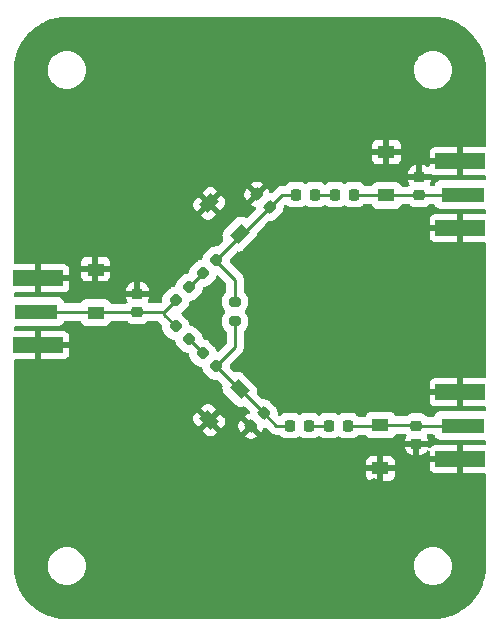
<source format=gbr>
G04 #@! TF.GenerationSoftware,KiCad,Pcbnew,(6.0.4)*
G04 #@! TF.CreationDate,2022-07-08T01:04:44-04:00*
G04 #@! TF.ProjectId,power_divider,706f7765-725f-4646-9976-696465722e6b,Version 2*
G04 #@! TF.SameCoordinates,Original*
G04 #@! TF.FileFunction,Copper,L1,Top*
G04 #@! TF.FilePolarity,Positive*
%FSLAX46Y46*%
G04 Gerber Fmt 4.6, Leading zero omitted, Abs format (unit mm)*
G04 Created by KiCad (PCBNEW (6.0.4)) date 2022-07-08 01:04:44*
%MOMM*%
%LPD*%
G01*
G04 APERTURE LIST*
G04 Aperture macros list*
%AMRoundRect*
0 Rectangle with rounded corners*
0 $1 Rounding radius*
0 $2 $3 $4 $5 $6 $7 $8 $9 X,Y pos of 4 corners*
0 Add a 4 corners polygon primitive as box body*
4,1,4,$2,$3,$4,$5,$6,$7,$8,$9,$2,$3,0*
0 Add four circle primitives for the rounded corners*
1,1,$1+$1,$2,$3*
1,1,$1+$1,$4,$5*
1,1,$1+$1,$6,$7*
1,1,$1+$1,$8,$9*
0 Add four rect primitives between the rounded corners*
20,1,$1+$1,$2,$3,$4,$5,0*
20,1,$1+$1,$4,$5,$6,$7,0*
20,1,$1+$1,$6,$7,$8,$9,0*
20,1,$1+$1,$8,$9,$2,$3,0*%
%AMRotRect*
0 Rectangle, with rotation*
0 The origin of the aperture is its center*
0 $1 length*
0 $2 width*
0 $3 Rotation angle, in degrees counterclockwise*
0 Add horizontal line*
21,1,$1,$2,0,0,$3*%
G04 Aperture macros list end*
G04 #@! TA.AperFunction,SMDPad,CuDef*
%ADD10RoundRect,0.218750X-0.218750X-0.256250X0.218750X-0.256250X0.218750X0.256250X-0.218750X0.256250X0*%
G04 #@! TD*
G04 #@! TA.AperFunction,SMDPad,CuDef*
%ADD11RotRect,1.075000X1.400000X135.000000*%
G04 #@! TD*
G04 #@! TA.AperFunction,SMDPad,CuDef*
%ADD12RotRect,1.075000X1.400000X225.000000*%
G04 #@! TD*
G04 #@! TA.AperFunction,SMDPad,CuDef*
%ADD13RoundRect,0.218750X-0.335876X-0.026517X-0.026517X-0.335876X0.335876X0.026517X0.026517X0.335876X0*%
G04 #@! TD*
G04 #@! TA.AperFunction,SMDPad,CuDef*
%ADD14RoundRect,0.225000X0.250000X-0.225000X0.250000X0.225000X-0.250000X0.225000X-0.250000X-0.225000X0*%
G04 #@! TD*
G04 #@! TA.AperFunction,SMDPad,CuDef*
%ADD15RoundRect,0.225000X-0.250000X0.225000X-0.250000X-0.225000X0.250000X-0.225000X0.250000X0.225000X0*%
G04 #@! TD*
G04 #@! TA.AperFunction,SMDPad,CuDef*
%ADD16RoundRect,0.225000X-0.017678X0.335876X-0.335876X0.017678X0.017678X-0.335876X0.335876X-0.017678X0*%
G04 #@! TD*
G04 #@! TA.AperFunction,SMDPad,CuDef*
%ADD17R,3.600000X1.270000*%
G04 #@! TD*
G04 #@! TA.AperFunction,SMDPad,CuDef*
%ADD18R,4.200000X1.350000*%
G04 #@! TD*
G04 #@! TA.AperFunction,SMDPad,CuDef*
%ADD19RoundRect,0.218750X0.026517X-0.335876X0.335876X-0.026517X-0.026517X0.335876X-0.335876X0.026517X0*%
G04 #@! TD*
G04 #@! TA.AperFunction,SMDPad,CuDef*
%ADD20R,1.400000X1.075000*%
G04 #@! TD*
G04 #@! TA.AperFunction,SMDPad,CuDef*
%ADD21RoundRect,0.225000X0.335876X0.017678X0.017678X0.335876X-0.335876X-0.017678X-0.017678X-0.335876X0*%
G04 #@! TD*
G04 #@! TA.AperFunction,SMDPad,CuDef*
%ADD22RoundRect,0.200000X-0.275000X0.200000X-0.275000X-0.200000X0.275000X-0.200000X0.275000X0.200000X0*%
G04 #@! TD*
G04 #@! TA.AperFunction,ViaPad*
%ADD23C,0.800000*%
G04 #@! TD*
G04 #@! TA.AperFunction,Conductor*
%ADD24C,0.293370*%
G04 #@! TD*
G04 #@! TA.AperFunction,Conductor*
%ADD25C,0.250000*%
G04 #@! TD*
G04 APERTURE END LIST*
D10*
G04 #@! TO.P,L8,1,1*
G04 #@! TO.N,Net-(C6-Pad1)*
X138912500Y-87122000D03*
G04 #@! TO.P,L8,2,2*
G04 #@! TO.N,Net-(L4-Pad1)*
X140487500Y-87122000D03*
G04 #@! TD*
D11*
G04 #@! TO.P,C7,1*
G04 #@! TO.N,Net-(C5-Pad1)*
X134649309Y-70895309D03*
G04 #@! TO.P,C7,2*
G04 #@! TO.N,GND*
X132050691Y-68296691D03*
G04 #@! TD*
D12*
G04 #@! TO.P,C6,1*
G04 #@! TO.N,Net-(C6-Pad1)*
X134649309Y-84044691D03*
G04 #@! TO.P,C6,2*
G04 #@! TO.N,GND*
X132050691Y-86643309D03*
G04 #@! TD*
D13*
G04 #@! TO.P,L6,1,1*
G04 #@! TO.N,Net-(C1-Pad1)*
X129237153Y-78691153D03*
G04 #@! TO.P,L6,2,2*
G04 #@! TO.N,Net-(L2-Pad1)*
X130350847Y-79804847D03*
G04 #@! TD*
D10*
G04 #@! TO.P,L4,1,1*
G04 #@! TO.N,Net-(L4-Pad1)*
X142214500Y-87122000D03*
G04 #@! TO.P,L4,2,2*
G04 #@! TO.N,Net-(C10-Pad1)*
X143789500Y-87122000D03*
G04 #@! TD*
D14*
G04 #@! TO.P,C2,1*
G04 #@! TO.N,Net-(C2-Pad1)*
X149860000Y-67577000D03*
G04 #@! TO.P,C2,2*
G04 #@! TO.N,GND*
X149860000Y-66027000D03*
G04 #@! TD*
D15*
G04 #@! TO.P,C3,1*
G04 #@! TO.N,Net-(C10-Pad1)*
X149606000Y-87109000D03*
G04 #@! TO.P,C3,2*
G04 #@! TO.N,GND*
X149606000Y-88659000D03*
G04 #@! TD*
D16*
G04 #@! TO.P,C8,1*
G04 #@! TO.N,Net-(C6-Pad1)*
X136692008Y-86065992D03*
G04 #@! TO.P,C8,2*
G04 #@! TO.N,GND*
X135595992Y-87162008D03*
G04 #@! TD*
D17*
G04 #@! TO.P,J3,1,In*
G04 #@! TO.N,Net-(C10-Pad1)*
X153525500Y-87122000D03*
D18*
G04 #@! TO.P,J3,2,Ext*
G04 #@! TO.N,GND*
X153325500Y-84297000D03*
X153325500Y-89947000D03*
G04 #@! TD*
D14*
G04 #@! TO.P,C1,1*
G04 #@! TO.N,Net-(C1-Pad1)*
X125984000Y-77483000D03*
G04 #@! TO.P,C1,2*
G04 #@! TO.N,GND*
X125984000Y-75933000D03*
G04 #@! TD*
D17*
G04 #@! TO.P,J1,1,In*
G04 #@! TO.N,Net-(C1-Pad1)*
X117402000Y-77470000D03*
D18*
G04 #@! TO.P,J1,2,Ext*
G04 #@! TO.N,GND*
X117602000Y-74645000D03*
X117602000Y-80295000D03*
G04 #@! TD*
D19*
G04 #@! TO.P,L5,1,1*
G04 #@! TO.N,Net-(C1-Pad1)*
X129237153Y-76502847D03*
G04 #@! TO.P,L5,2,2*
G04 #@! TO.N,Net-(L1-Pad1)*
X130350847Y-75389153D03*
G04 #@! TD*
D20*
G04 #@! TO.P,C4,1*
G04 #@! TO.N,Net-(C1-Pad1)*
X122500000Y-77587500D03*
G04 #@! TO.P,C4,2*
G04 #@! TO.N,GND*
X122500000Y-73912500D03*
G04 #@! TD*
D21*
G04 #@! TO.P,C5,1*
G04 #@! TO.N,Net-(C5-Pad1)*
X137200008Y-68620008D03*
G04 #@! TO.P,C5,2*
G04 #@! TO.N,GND*
X136103992Y-67523992D03*
G04 #@! TD*
D13*
G04 #@! TO.P,L2,1,1*
G04 #@! TO.N,Net-(L2-Pad1)*
X131523153Y-80977153D03*
G04 #@! TO.P,L2,2,2*
G04 #@! TO.N,Net-(C6-Pad1)*
X132636847Y-82090847D03*
G04 #@! TD*
D17*
G04 #@! TO.P,J2,1,In*
G04 #@! TO.N,Net-(C2-Pad1)*
X153525500Y-67564000D03*
D18*
G04 #@! TO.P,J2,2,Ext*
G04 #@! TO.N,GND*
X153325500Y-64739000D03*
X153325500Y-70389000D03*
G04 #@! TD*
D20*
G04 #@! TO.P,C9,1*
G04 #@! TO.N,Net-(C2-Pad1)*
X147066000Y-67623500D03*
G04 #@! TO.P,C9,2*
G04 #@! TO.N,GND*
X147066000Y-63948500D03*
G04 #@! TD*
D19*
G04 #@! TO.P,L1,1,1*
G04 #@! TO.N,Net-(L1-Pad1)*
X131523153Y-74216847D03*
G04 #@! TO.P,L1,2,2*
G04 #@! TO.N,Net-(C5-Pad1)*
X132636847Y-73103153D03*
G04 #@! TD*
D22*
G04 #@! TO.P,R1,1*
G04 #@! TO.N,Net-(C5-Pad1)*
X134250000Y-76645000D03*
G04 #@! TO.P,R1,2*
G04 #@! TO.N,Net-(C6-Pad1)*
X134250000Y-78295000D03*
G04 #@! TD*
D20*
G04 #@! TO.P,C10,1*
G04 #@! TO.N,Net-(C10-Pad1)*
X146558000Y-87062500D03*
G04 #@! TO.P,C10,2*
G04 #@! TO.N,GND*
X146558000Y-90737500D03*
G04 #@! TD*
D10*
G04 #@! TO.P,L7,1,1*
G04 #@! TO.N,Net-(C5-Pad1)*
X139420500Y-67564000D03*
G04 #@! TO.P,L7,2,2*
G04 #@! TO.N,Net-(L3-Pad1)*
X140995500Y-67564000D03*
G04 #@! TD*
G04 #@! TO.P,L3,1,1*
G04 #@! TO.N,Net-(L3-Pad1)*
X142722500Y-67564000D03*
G04 #@! TO.P,L3,2,2*
G04 #@! TO.N,Net-(C2-Pad1)*
X144297500Y-67564000D03*
G04 #@! TD*
D23*
G04 #@! TO.N,GND*
X135992859Y-65997532D03*
X128990392Y-70999294D03*
X128988982Y-87988982D03*
X149985698Y-83991097D03*
X149999999Y-91993829D03*
X145994601Y-81995548D03*
X132715000Y-79121000D03*
X147999294Y-91993829D03*
X120991318Y-81986866D03*
X137994359Y-75993124D03*
X137993564Y-63996827D03*
X145994601Y-77981247D03*
X129990744Y-63996827D03*
X149998589Y-73999294D03*
X149997795Y-63996827D03*
X130991097Y-70999294D03*
X116984751Y-81986866D03*
X141984661Y-64007140D03*
X126999999Y-72999999D03*
X129000000Y-86000000D03*
X133985588Y-87988982D03*
X131991449Y-65997532D03*
X129990744Y-67998237D03*
X120991318Y-79991318D03*
X137993564Y-65997532D03*
X137994359Y-73999294D03*
X133992154Y-65997532D03*
X145997179Y-71998589D03*
X140000000Y-70000000D03*
X153993124Y-73999294D03*
X126999999Y-68998589D03*
X130999999Y-87988982D03*
X143995679Y-61996122D03*
X150000000Y-90000000D03*
X154000000Y-80000000D03*
X135993654Y-73999294D03*
X126993433Y-81986866D03*
X144000000Y-70000000D03*
X147990150Y-79999999D03*
X149998589Y-71998589D03*
X143999053Y-77981247D03*
X137995769Y-89993124D03*
X118995769Y-85993433D03*
X124997884Y-83997884D03*
X153976795Y-77981247D03*
X133994359Y-89993124D03*
X153999205Y-61996122D03*
X141980300Y-81995548D03*
X133994359Y-91993829D03*
X151981247Y-79999999D03*
X139996474Y-91993829D03*
X151993829Y-91993829D03*
X146000000Y-70000000D03*
X135993654Y-79999999D03*
X143999053Y-83991097D03*
X142009520Y-73999294D03*
X153993124Y-75993124D03*
X143996474Y-75993124D03*
X124999294Y-70999294D03*
X149998589Y-75993124D03*
X124997884Y-79991318D03*
X128990392Y-68998589D03*
X118997179Y-70999294D03*
X141980300Y-83991097D03*
X149985698Y-81995548D03*
X116984751Y-85993433D03*
X149985698Y-77981247D03*
X118995769Y-83997884D03*
X132715000Y-75819000D03*
X136000000Y-78000000D03*
X145994601Y-83991097D03*
X143999053Y-81995548D03*
X139984751Y-81995548D03*
X147990150Y-77981247D03*
X122986866Y-81986866D03*
X128988982Y-83997884D03*
X120991318Y-83997884D03*
X130999999Y-83997884D03*
X147997884Y-71998589D03*
X122986866Y-85993433D03*
X143995679Y-63996827D03*
X116984751Y-83997884D03*
X139984751Y-77981247D03*
X149997795Y-61996122D03*
X126993433Y-79991318D03*
X131991449Y-63996827D03*
X139984751Y-83991097D03*
X120997884Y-70999294D03*
X145996384Y-61996122D03*
X120997884Y-68998589D03*
X131064000Y-77470000D03*
X137995769Y-91993829D03*
X143996474Y-73999294D03*
X147997884Y-75993124D03*
X139995064Y-73999294D03*
X142000000Y-70000000D03*
X141995769Y-75993124D03*
X136000000Y-76000000D03*
X136986645Y-87988982D03*
X137989203Y-79999999D03*
X141980300Y-79999999D03*
X151981247Y-77981247D03*
X145997179Y-75993124D03*
X135995064Y-91993829D03*
X118997179Y-68998589D03*
X145997179Y-73999294D03*
X118995769Y-81986866D03*
X130996739Y-91993829D03*
X151999294Y-73999294D03*
X141995769Y-71998589D03*
X139984751Y-79999999D03*
X122998589Y-68998589D03*
X122986866Y-83997884D03*
X153994534Y-91993829D03*
X139995064Y-71998589D03*
X147990150Y-81995548D03*
X139994269Y-63996827D03*
X139996474Y-89993124D03*
X139995064Y-75993124D03*
X143999053Y-79999999D03*
X147997884Y-73999294D03*
X129002909Y-89986249D03*
X124997884Y-85993433D03*
X145994601Y-79999999D03*
X122998589Y-70999294D03*
X124999294Y-72999999D03*
X126999999Y-70999294D03*
X135000000Y-82000000D03*
X124997884Y-81986866D03*
X126993433Y-85993433D03*
X137989203Y-83991097D03*
X135992859Y-63996827D03*
X141997179Y-91993829D03*
X130996739Y-89993124D03*
X133992154Y-63996827D03*
X138000000Y-78000000D03*
X120991318Y-85993433D03*
X135995064Y-89993124D03*
X129990744Y-65997532D03*
X141980300Y-77981247D03*
X143996474Y-71998589D03*
X149998589Y-69997884D03*
X116996474Y-70999294D03*
X124999294Y-68998589D03*
X151999294Y-75993124D03*
X116996474Y-68998589D03*
X149985698Y-79999999D03*
X143997884Y-91993829D03*
X143997884Y-89993124D03*
X151998500Y-61996122D03*
X147997090Y-61996122D03*
X126993433Y-83997884D03*
X145998589Y-91993829D03*
G04 #@! TD*
D24*
G04 #@! TO.N,Net-(C1-Pad1)*
X122428000Y-77529500D02*
X125937500Y-77529500D01*
X128270000Y-77724000D02*
X129237153Y-78691153D01*
X122368500Y-77470000D02*
X122428000Y-77529500D01*
X128270000Y-77470000D02*
X128270000Y-77724000D01*
X128270000Y-77470000D02*
X129237153Y-76502847D01*
X117402000Y-77470000D02*
X122368500Y-77470000D01*
X128257000Y-77483000D02*
X128270000Y-77470000D01*
X125984000Y-77483000D02*
X128257000Y-77483000D01*
X125937500Y-77529500D02*
X125984000Y-77483000D01*
G04 #@! TO.N,Net-(C6-Pad1)*
X132636847Y-82090847D02*
X134590691Y-84044691D01*
X137748016Y-87122000D02*
X138912500Y-87122000D01*
X136692008Y-86065992D02*
X137748016Y-87122000D01*
X134670707Y-84044691D02*
X136692008Y-86065992D01*
D25*
X134250000Y-80477694D02*
X132636847Y-82090847D01*
D24*
X134590691Y-84044691D02*
X134649309Y-84044691D01*
X134649309Y-84044691D02*
X134670707Y-84044691D01*
D25*
X134250000Y-78295000D02*
X134250000Y-80477694D01*
D24*
G04 #@! TO.N,Net-(C2-Pad1)*
X147066000Y-67623500D02*
X149813500Y-67623500D01*
X153512500Y-67577000D02*
X153525500Y-67564000D01*
X149813500Y-67623500D02*
X149860000Y-67577000D01*
X144297500Y-67564000D02*
X147006500Y-67564000D01*
X147006500Y-67564000D02*
X147066000Y-67623500D01*
X149860000Y-67577000D02*
X153512500Y-67577000D01*
G04 #@! TO.N,Net-(C10-Pad1)*
X146558000Y-87062500D02*
X149559500Y-87062500D01*
X149606000Y-87109000D02*
X153512500Y-87109000D01*
X143789500Y-87122000D02*
X146498500Y-87122000D01*
X149559500Y-87062500D02*
X149606000Y-87109000D01*
X146498500Y-87122000D02*
X146558000Y-87062500D01*
X153512500Y-87109000D02*
X153525500Y-87122000D01*
G04 #@! TO.N,Net-(C5-Pad1)*
X137200008Y-68620008D02*
X138256016Y-67564000D01*
X134924707Y-70895309D02*
X137200008Y-68620008D01*
X134649309Y-71090691D02*
X134649309Y-70895309D01*
X132636847Y-73103153D02*
X134649309Y-71090691D01*
X134250000Y-74751000D02*
X134250000Y-76645000D01*
X138256016Y-67564000D02*
X139420500Y-67564000D01*
X132636847Y-73103153D02*
X132636847Y-73137847D01*
X134649309Y-70895309D02*
X134924707Y-70895309D01*
X132636847Y-73137847D02*
X134250000Y-74751000D01*
G04 #@! TO.N,Net-(L1-Pad1)*
X130350847Y-75389153D02*
X131523153Y-74216847D01*
G04 #@! TO.N,Net-(L2-Pad1)*
X130350847Y-79804847D02*
X131523153Y-80977153D01*
G04 #@! TO.N,Net-(L3-Pad1)*
X140995500Y-67564000D02*
X142722500Y-67564000D01*
G04 #@! TO.N,Net-(L4-Pad1)*
X140487500Y-87122000D02*
X142214500Y-87122000D01*
G04 #@! TD*
G04 #@! TA.AperFunction,Conductor*
G04 #@! TO.N,GND*
G36*
X121124162Y-78237187D02*
G01*
X121172450Y-78294967D01*
X121174197Y-78299184D01*
X121203464Y-78369841D01*
X121299718Y-78495282D01*
X121425159Y-78591536D01*
X121571238Y-78652044D01*
X121579426Y-78653122D01*
X121684545Y-78666961D01*
X121688639Y-78667500D01*
X122427910Y-78667500D01*
X123167360Y-78667499D01*
X123171444Y-78666961D01*
X123171450Y-78666961D01*
X123276575Y-78653122D01*
X123276577Y-78653122D01*
X123284762Y-78652044D01*
X123430841Y-78591536D01*
X123556282Y-78495282D01*
X123652536Y-78369841D01*
X123655697Y-78362210D01*
X123658906Y-78354464D01*
X123703456Y-78299184D01*
X123775314Y-78276685D01*
X125079492Y-78276685D01*
X125147613Y-78296687D01*
X125158444Y-78304489D01*
X125281300Y-78403268D01*
X125281306Y-78403272D01*
X125286622Y-78407546D01*
X125292732Y-78410579D01*
X125441164Y-78484262D01*
X125441168Y-78484264D01*
X125447275Y-78487295D01*
X125621306Y-78530685D01*
X125642078Y-78532101D01*
X125660449Y-78533354D01*
X125660460Y-78533354D01*
X125662596Y-78533500D01*
X126305404Y-78533500D01*
X126307540Y-78533354D01*
X126307551Y-78533354D01*
X126325922Y-78532101D01*
X126346694Y-78530685D01*
X126520725Y-78487295D01*
X126526832Y-78484264D01*
X126526836Y-78484262D01*
X126675268Y-78410579D01*
X126681378Y-78407546D01*
X126728274Y-78369841D01*
X126815847Y-78299430D01*
X126821159Y-78295159D01*
X126835573Y-78277232D01*
X126893847Y-78236677D01*
X126933769Y-78230185D01*
X127667316Y-78230185D01*
X127735437Y-78250187D01*
X127756411Y-78267090D01*
X128047090Y-78557769D01*
X128081116Y-78620081D01*
X128083210Y-78660910D01*
X128082471Y-78667499D01*
X128076843Y-78717670D01*
X128097332Y-78900322D01*
X128157776Y-79073896D01*
X128161507Y-79079866D01*
X128161507Y-79079867D01*
X128252344Y-79225237D01*
X128252348Y-79225242D01*
X128255174Y-79229765D01*
X128258410Y-79233396D01*
X128694910Y-79669896D01*
X128698541Y-79673132D01*
X128703064Y-79675958D01*
X128703069Y-79675962D01*
X128762346Y-79713002D01*
X128854410Y-79770530D01*
X128861055Y-79772844D01*
X128861057Y-79772845D01*
X128929558Y-79796699D01*
X129027984Y-79830974D01*
X129092609Y-79838223D01*
X129158074Y-79865694D01*
X129198296Y-79924198D01*
X129203776Y-79949389D01*
X129211026Y-80014016D01*
X129219421Y-80038124D01*
X129267846Y-80177182D01*
X129271470Y-80187590D01*
X129275201Y-80193560D01*
X129275201Y-80193561D01*
X129366038Y-80338931D01*
X129366042Y-80338936D01*
X129368868Y-80343459D01*
X129372104Y-80347090D01*
X129808604Y-80783590D01*
X129812235Y-80786826D01*
X129816758Y-80789652D01*
X129816763Y-80789656D01*
X129947847Y-80871566D01*
X129968104Y-80884224D01*
X129974749Y-80886538D01*
X129974751Y-80886539D01*
X130061277Y-80916670D01*
X130141678Y-80944668D01*
X130148676Y-80945453D01*
X130259002Y-80957829D01*
X130324469Y-80985301D01*
X130364690Y-81043805D01*
X130370171Y-81068998D01*
X130382468Y-81178622D01*
X130383332Y-81186322D01*
X130443776Y-81359896D01*
X130447507Y-81365866D01*
X130447507Y-81365867D01*
X130538344Y-81511237D01*
X130538348Y-81511242D01*
X130541174Y-81515765D01*
X130544410Y-81519396D01*
X130980910Y-81955896D01*
X130984541Y-81959132D01*
X130989064Y-81961958D01*
X130989069Y-81961962D01*
X131094242Y-82027681D01*
X131140410Y-82056530D01*
X131147055Y-82058844D01*
X131147057Y-82058845D01*
X131233583Y-82088976D01*
X131313984Y-82116974D01*
X131378609Y-82124223D01*
X131444074Y-82151694D01*
X131484296Y-82210198D01*
X131489776Y-82235389D01*
X131497026Y-82300016D01*
X131557470Y-82473590D01*
X131561201Y-82479560D01*
X131561201Y-82479561D01*
X131652038Y-82624931D01*
X131652042Y-82624936D01*
X131654868Y-82629459D01*
X131658104Y-82633090D01*
X132094604Y-83069590D01*
X132098235Y-83072826D01*
X132102758Y-83075652D01*
X132102763Y-83075656D01*
X132248133Y-83166493D01*
X132254104Y-83170224D01*
X132260749Y-83172538D01*
X132260751Y-83172539D01*
X132347277Y-83202670D01*
X132427678Y-83230668D01*
X132610330Y-83251157D01*
X132617328Y-83250372D01*
X132667090Y-83244790D01*
X132737016Y-83257074D01*
X132770231Y-83280910D01*
X133154114Y-83664793D01*
X133188140Y-83727105D01*
X133187051Y-83772739D01*
X133189220Y-83773024D01*
X133168582Y-83929786D01*
X133189220Y-84086548D01*
X133249728Y-84232627D01*
X133321814Y-84326571D01*
X134367429Y-85372184D01*
X134370702Y-85374696D01*
X134370706Y-85374699D01*
X134408448Y-85403660D01*
X134461373Y-85444272D01*
X134607452Y-85504780D01*
X134764214Y-85525418D01*
X134772402Y-85524340D01*
X134912788Y-85505858D01*
X134920976Y-85504780D01*
X134951482Y-85492144D01*
X135022072Y-85484555D01*
X135088795Y-85519458D01*
X135470275Y-85900938D01*
X135504301Y-85963250D01*
X135499236Y-86034065D01*
X135456689Y-86090901D01*
X135410273Y-86112628D01*
X135333030Y-86130958D01*
X135319364Y-86135932D01*
X135179291Y-86206229D01*
X135167805Y-86213659D01*
X135096937Y-86271354D01*
X135093202Y-86274727D01*
X135085709Y-86288449D01*
X135085840Y-86290282D01*
X135090091Y-86296897D01*
X136457871Y-87664677D01*
X136471815Y-87672291D01*
X136473648Y-87672160D01*
X136480263Y-87667909D01*
X136482297Y-87665875D01*
X136486681Y-87661013D01*
X136545045Y-87589134D01*
X136552473Y-87577615D01*
X136622516Y-87437436D01*
X136627470Y-87423754D01*
X136645321Y-87347941D01*
X136680404Y-87286218D01*
X136743287Y-87253261D01*
X136814006Y-87259532D01*
X136857062Y-87287725D01*
X137172856Y-87603519D01*
X137185243Y-87617932D01*
X137193497Y-87629149D01*
X137193501Y-87629153D01*
X137197839Y-87635048D01*
X137237470Y-87668717D01*
X137244974Y-87675637D01*
X137250529Y-87681192D01*
X137253390Y-87683455D01*
X137253395Y-87683460D01*
X137272431Y-87698520D01*
X137275833Y-87701309D01*
X137330622Y-87747856D01*
X137337143Y-87751186D01*
X137341993Y-87754420D01*
X137346978Y-87757499D01*
X137352719Y-87762041D01*
X137417838Y-87792476D01*
X137421772Y-87794400D01*
X137485795Y-87827091D01*
X137492904Y-87828830D01*
X137498372Y-87830864D01*
X137503933Y-87832714D01*
X137510563Y-87835813D01*
X137580937Y-87850451D01*
X137585225Y-87851422D01*
X137649581Y-87867170D01*
X137649585Y-87867171D01*
X137655034Y-87868504D01*
X137660634Y-87868851D01*
X137660638Y-87868852D01*
X137666012Y-87869185D01*
X137666010Y-87869215D01*
X137670196Y-87869466D01*
X137673979Y-87869804D01*
X137681144Y-87871294D01*
X137757382Y-87869231D01*
X137760790Y-87869185D01*
X137976683Y-87869185D01*
X138044804Y-87889187D01*
X138075155Y-87916577D01*
X138110787Y-87961213D01*
X138254429Y-88075880D01*
X138419905Y-88155875D01*
X138497656Y-88173825D01*
X138593793Y-88196020D01*
X138593796Y-88196020D01*
X138598992Y-88197220D01*
X138603848Y-88197500D01*
X139221152Y-88197500D01*
X139226008Y-88197220D01*
X139231204Y-88196020D01*
X139231207Y-88196020D01*
X139327344Y-88173825D01*
X139405095Y-88155875D01*
X139570571Y-88075880D01*
X139621392Y-88035311D01*
X139687108Y-88008443D01*
X139756917Y-88021370D01*
X139778607Y-88035310D01*
X139829429Y-88075880D01*
X139994905Y-88155875D01*
X140072656Y-88173825D01*
X140168793Y-88196020D01*
X140168796Y-88196020D01*
X140173992Y-88197220D01*
X140178848Y-88197500D01*
X140796152Y-88197500D01*
X140801008Y-88197220D01*
X140806204Y-88196020D01*
X140806207Y-88196020D01*
X140902344Y-88173825D01*
X140980095Y-88155875D01*
X141145571Y-88075880D01*
X141151071Y-88071490D01*
X141151075Y-88071487D01*
X141272392Y-87974641D01*
X141338108Y-87947774D01*
X141407918Y-87960702D01*
X141429608Y-87974641D01*
X141550925Y-88071487D01*
X141550929Y-88071490D01*
X141556429Y-88075880D01*
X141721905Y-88155875D01*
X141799656Y-88173825D01*
X141895793Y-88196020D01*
X141895796Y-88196020D01*
X141900992Y-88197220D01*
X141905848Y-88197500D01*
X142523152Y-88197500D01*
X142528008Y-88197220D01*
X142533204Y-88196020D01*
X142533207Y-88196020D01*
X142629344Y-88173825D01*
X142707095Y-88155875D01*
X142872571Y-88075880D01*
X142923392Y-88035311D01*
X142989108Y-88008443D01*
X143058917Y-88021370D01*
X143080607Y-88035310D01*
X143131429Y-88075880D01*
X143296905Y-88155875D01*
X143374656Y-88173825D01*
X143470793Y-88196020D01*
X143470796Y-88196020D01*
X143475992Y-88197220D01*
X143480848Y-88197500D01*
X144098152Y-88197500D01*
X144103008Y-88197220D01*
X144108204Y-88196020D01*
X144108207Y-88196020D01*
X144204344Y-88173825D01*
X144282095Y-88155875D01*
X144447571Y-88075880D01*
X144591213Y-87961213D01*
X144626845Y-87916577D01*
X144684976Y-87875818D01*
X144725317Y-87869185D01*
X145245502Y-87869185D01*
X145313623Y-87889187D01*
X145345465Y-87918481D01*
X145421060Y-88016998D01*
X145429718Y-88028282D01*
X145555159Y-88124536D01*
X145701238Y-88185044D01*
X145709426Y-88186122D01*
X145814545Y-88199961D01*
X145818639Y-88200500D01*
X146557910Y-88200500D01*
X147297360Y-88200499D01*
X147301444Y-88199961D01*
X147301450Y-88199961D01*
X147406575Y-88186122D01*
X147406577Y-88186122D01*
X147414762Y-88185044D01*
X147560841Y-88124536D01*
X147686282Y-88028282D01*
X147694941Y-88016998D01*
X147748541Y-87947144D01*
X147782536Y-87902841D01*
X147788192Y-87889187D01*
X147788906Y-87887464D01*
X147833456Y-87832184D01*
X147905314Y-87809685D01*
X148618845Y-87809685D01*
X148686966Y-87829687D01*
X148717038Y-87856729D01*
X148736973Y-87881524D01*
X148764068Y-87947144D01*
X148751385Y-88016998D01*
X148746035Y-88026589D01*
X148690996Y-88115880D01*
X148684849Y-88129061D01*
X148635509Y-88277814D01*
X148632642Y-88291190D01*
X148623328Y-88382097D01*
X148623071Y-88387126D01*
X148627475Y-88402124D01*
X148628865Y-88403329D01*
X148636548Y-88405000D01*
X150570885Y-88405000D01*
X150586124Y-88400525D01*
X150587329Y-88399135D01*
X150589000Y-88391452D01*
X150589000Y-88388562D01*
X150588663Y-88382047D01*
X150579106Y-88289943D01*
X150576212Y-88276544D01*
X150526619Y-88127893D01*
X150520445Y-88114715D01*
X150479463Y-88048488D01*
X150460625Y-87980036D01*
X150481786Y-87912267D01*
X150536227Y-87866695D01*
X150586607Y-87856185D01*
X151032416Y-87856185D01*
X151100537Y-87876187D01*
X151148825Y-87933967D01*
X151163710Y-87969902D01*
X151200964Y-88059841D01*
X151297218Y-88185282D01*
X151303764Y-88190305D01*
X151333418Y-88213059D01*
X151422659Y-88281536D01*
X151568738Y-88342044D01*
X151686139Y-88357500D01*
X151690261Y-88357500D01*
X153526839Y-88357499D01*
X155364860Y-88357499D01*
X155365946Y-88357356D01*
X155434544Y-88372708D01*
X155484445Y-88423210D01*
X155499499Y-88482933D01*
X155499499Y-88638000D01*
X155479497Y-88706121D01*
X155425841Y-88752614D01*
X155373499Y-88764000D01*
X153597615Y-88764000D01*
X153582376Y-88768475D01*
X153581171Y-88769865D01*
X153579500Y-88777548D01*
X153579500Y-91111884D01*
X153583975Y-91127123D01*
X153585365Y-91128328D01*
X153593048Y-91129999D01*
X155373499Y-91129999D01*
X155441620Y-91150001D01*
X155488113Y-91203657D01*
X155499499Y-91255999D01*
X155499498Y-98997297D01*
X155499378Y-99002793D01*
X155491023Y-99194155D01*
X155491009Y-99194478D01*
X155481841Y-99392779D01*
X155480897Y-99403406D01*
X155454892Y-99600936D01*
X155454762Y-99601898D01*
X155428030Y-99793533D01*
X155426251Y-99803397D01*
X155382917Y-99998861D01*
X155382557Y-100000436D01*
X155338493Y-100187787D01*
X155336009Y-100196827D01*
X155275677Y-100388177D01*
X155275676Y-100388179D01*
X155274987Y-100390298D01*
X155213958Y-100572385D01*
X155210902Y-100580554D01*
X155205975Y-100592449D01*
X155134030Y-100766139D01*
X155132892Y-100768799D01*
X155055414Y-100944268D01*
X155051928Y-100951524D01*
X155003993Y-101043607D01*
X154959142Y-101129764D01*
X154957456Y-101132895D01*
X154864176Y-101300366D01*
X154860368Y-101306751D01*
X154752339Y-101476324D01*
X154750048Y-101479789D01*
X154641758Y-101637872D01*
X154637801Y-101643328D01*
X154515363Y-101802893D01*
X154512392Y-101806615D01*
X154389982Y-101954028D01*
X154389980Y-101954030D01*
X154385941Y-101958659D01*
X154250108Y-102106895D01*
X154246306Y-102110866D01*
X154110866Y-102246306D01*
X154106895Y-102250108D01*
X153958659Y-102385941D01*
X153954033Y-102389977D01*
X153806615Y-102512392D01*
X153802893Y-102515363D01*
X153643328Y-102637801D01*
X153637872Y-102641758D01*
X153479789Y-102750048D01*
X153476324Y-102752339D01*
X153324495Y-102849064D01*
X153306753Y-102860367D01*
X153300366Y-102864176D01*
X153132895Y-102957456D01*
X153129764Y-102959142D01*
X153043607Y-103003993D01*
X152951524Y-103051928D01*
X152944268Y-103055414D01*
X152768815Y-103132885D01*
X152766155Y-103134023D01*
X152580554Y-103210902D01*
X152572390Y-103213956D01*
X152390298Y-103274987D01*
X152388215Y-103275664D01*
X152288246Y-103307185D01*
X152196829Y-103336008D01*
X152187787Y-103338493D01*
X152000436Y-103382557D01*
X151998861Y-103382917D01*
X151836251Y-103418967D01*
X151803394Y-103426252D01*
X151793539Y-103428029D01*
X151601846Y-103454769D01*
X151600936Y-103454892D01*
X151403406Y-103480897D01*
X151392780Y-103481841D01*
X151194424Y-103491011D01*
X151194211Y-103491020D01*
X151002793Y-103499378D01*
X151002747Y-103499380D01*
X150997251Y-103499500D01*
X120002751Y-103499498D01*
X119997255Y-103499378D01*
X119805791Y-103491018D01*
X119805578Y-103491009D01*
X119607222Y-103481839D01*
X119596596Y-103480895D01*
X119399066Y-103454890D01*
X119398156Y-103454767D01*
X119206463Y-103428027D01*
X119196608Y-103426250D01*
X119163751Y-103418965D01*
X119001141Y-103382915D01*
X118999566Y-103382555D01*
X118812215Y-103338491D01*
X118803173Y-103336006D01*
X118711756Y-103307183D01*
X118611787Y-103275662D01*
X118609704Y-103274985D01*
X118427612Y-103213954D01*
X118419446Y-103210899D01*
X118233847Y-103134021D01*
X118231187Y-103132883D01*
X118055734Y-103055412D01*
X118048478Y-103051926D01*
X117956395Y-103003991D01*
X117870238Y-102959140D01*
X117867107Y-102957454D01*
X117699636Y-102864174D01*
X117693249Y-102860365D01*
X117675507Y-102849062D01*
X117523678Y-102752337D01*
X117520213Y-102750046D01*
X117362130Y-102641756D01*
X117356674Y-102637799D01*
X117197109Y-102515361D01*
X117193372Y-102512377D01*
X117045969Y-102389975D01*
X117041343Y-102385939D01*
X116893107Y-102250106D01*
X116889136Y-102246304D01*
X116753696Y-102110864D01*
X116749894Y-102106893D01*
X116614061Y-101958657D01*
X116610022Y-101954028D01*
X116487627Y-101806633D01*
X116487610Y-101806613D01*
X116484639Y-101802891D01*
X116362201Y-101643326D01*
X116358244Y-101637870D01*
X116249954Y-101479787D01*
X116247663Y-101476322D01*
X116139635Y-101306751D01*
X116135826Y-101300364D01*
X116042546Y-101132893D01*
X116040860Y-101129762D01*
X115996009Y-101043605D01*
X115948074Y-100951522D01*
X115944581Y-100944252D01*
X115867110Y-100768797D01*
X115865972Y-100766137D01*
X115789100Y-100580552D01*
X115786044Y-100572383D01*
X115772214Y-100531120D01*
X115725015Y-100390296D01*
X115724326Y-100388177D01*
X115663994Y-100196827D01*
X115661509Y-100187785D01*
X115617445Y-100000434D01*
X115617085Y-99998859D01*
X115581035Y-99836249D01*
X115573750Y-99803392D01*
X115571973Y-99793537D01*
X115545233Y-99601844D01*
X115545110Y-99600934D01*
X115519105Y-99403404D01*
X115518161Y-99392777D01*
X115508993Y-99194476D01*
X115508979Y-99194153D01*
X115500622Y-99002745D01*
X115500562Y-99000000D01*
X118388094Y-99000000D01*
X118407939Y-99252158D01*
X118409093Y-99256965D01*
X118409094Y-99256971D01*
X118441699Y-99392777D01*
X118466986Y-99498106D01*
X118468879Y-99502677D01*
X118468880Y-99502679D01*
X118509956Y-99601844D01*
X118563781Y-99731790D01*
X118695941Y-99947455D01*
X118860210Y-100139790D01*
X119052545Y-100304059D01*
X119268210Y-100436219D01*
X119272780Y-100438112D01*
X119272784Y-100438114D01*
X119488188Y-100527337D01*
X119501894Y-100533014D01*
X119587655Y-100553604D01*
X119743029Y-100590906D01*
X119743035Y-100590907D01*
X119747842Y-100592061D01*
X120000000Y-100611906D01*
X120252158Y-100592061D01*
X120256965Y-100590907D01*
X120256971Y-100590906D01*
X120412345Y-100553604D01*
X120498106Y-100533014D01*
X120511812Y-100527337D01*
X120727216Y-100438114D01*
X120727220Y-100438112D01*
X120731790Y-100436219D01*
X120947455Y-100304059D01*
X121139790Y-100139790D01*
X121304059Y-99947455D01*
X121436219Y-99731790D01*
X121490045Y-99601844D01*
X121531120Y-99502679D01*
X121531121Y-99502677D01*
X121533014Y-99498106D01*
X121558301Y-99392777D01*
X121590906Y-99256971D01*
X121590907Y-99256965D01*
X121592061Y-99252158D01*
X121611906Y-99000000D01*
X149388094Y-99000000D01*
X149407939Y-99252158D01*
X149409093Y-99256965D01*
X149409094Y-99256971D01*
X149441699Y-99392777D01*
X149466986Y-99498106D01*
X149468879Y-99502677D01*
X149468880Y-99502679D01*
X149509956Y-99601844D01*
X149563781Y-99731790D01*
X149695941Y-99947455D01*
X149860210Y-100139790D01*
X150052545Y-100304059D01*
X150268210Y-100436219D01*
X150272780Y-100438112D01*
X150272784Y-100438114D01*
X150488188Y-100527337D01*
X150501894Y-100533014D01*
X150587655Y-100553604D01*
X150743029Y-100590906D01*
X150743035Y-100590907D01*
X150747842Y-100592061D01*
X151000000Y-100611906D01*
X151252158Y-100592061D01*
X151256965Y-100590907D01*
X151256971Y-100590906D01*
X151412345Y-100553604D01*
X151498106Y-100533014D01*
X151511812Y-100527337D01*
X151727216Y-100438114D01*
X151727220Y-100438112D01*
X151731790Y-100436219D01*
X151947455Y-100304059D01*
X152139790Y-100139790D01*
X152304059Y-99947455D01*
X152436219Y-99731790D01*
X152490045Y-99601844D01*
X152531120Y-99502679D01*
X152531121Y-99502677D01*
X152533014Y-99498106D01*
X152558301Y-99392777D01*
X152590906Y-99256971D01*
X152590907Y-99256965D01*
X152592061Y-99252158D01*
X152611906Y-99000000D01*
X152592061Y-98747842D01*
X152590907Y-98743035D01*
X152590906Y-98743029D01*
X152534169Y-98506706D01*
X152533014Y-98501894D01*
X152436219Y-98268210D01*
X152304059Y-98052545D01*
X152139790Y-97860210D01*
X151947455Y-97695941D01*
X151731790Y-97563781D01*
X151727220Y-97561888D01*
X151727216Y-97561886D01*
X151502679Y-97468880D01*
X151502677Y-97468879D01*
X151498106Y-97466986D01*
X151412345Y-97446396D01*
X151256971Y-97409094D01*
X151256965Y-97409093D01*
X151252158Y-97407939D01*
X151000000Y-97388094D01*
X150747842Y-97407939D01*
X150743035Y-97409093D01*
X150743029Y-97409094D01*
X150587655Y-97446396D01*
X150501894Y-97466986D01*
X150497323Y-97468879D01*
X150497321Y-97468880D01*
X150272784Y-97561886D01*
X150272780Y-97561888D01*
X150268210Y-97563781D01*
X150052545Y-97695941D01*
X149860210Y-97860210D01*
X149695941Y-98052545D01*
X149563781Y-98268210D01*
X149466986Y-98501894D01*
X149465831Y-98506706D01*
X149409094Y-98743029D01*
X149409093Y-98743035D01*
X149407939Y-98747842D01*
X149388094Y-99000000D01*
X121611906Y-99000000D01*
X121592061Y-98747842D01*
X121590907Y-98743035D01*
X121590906Y-98743029D01*
X121534169Y-98506706D01*
X121533014Y-98501894D01*
X121436219Y-98268210D01*
X121304059Y-98052545D01*
X121139790Y-97860210D01*
X120947455Y-97695941D01*
X120731790Y-97563781D01*
X120727220Y-97561888D01*
X120727216Y-97561886D01*
X120502679Y-97468880D01*
X120502677Y-97468879D01*
X120498106Y-97466986D01*
X120412345Y-97446396D01*
X120256971Y-97409094D01*
X120256965Y-97409093D01*
X120252158Y-97407939D01*
X120000000Y-97388094D01*
X119747842Y-97407939D01*
X119743035Y-97409093D01*
X119743029Y-97409094D01*
X119587655Y-97446396D01*
X119501894Y-97466986D01*
X119497323Y-97468879D01*
X119497321Y-97468880D01*
X119272784Y-97561886D01*
X119272780Y-97561888D01*
X119268210Y-97563781D01*
X119052545Y-97695941D01*
X118860210Y-97860210D01*
X118695941Y-98052545D01*
X118563781Y-98268210D01*
X118466986Y-98501894D01*
X118465831Y-98506706D01*
X118409094Y-98743029D01*
X118409093Y-98743035D01*
X118407939Y-98747842D01*
X118388094Y-99000000D01*
X115500562Y-99000000D01*
X115500502Y-98997249D01*
X115500502Y-91319669D01*
X145350001Y-91319669D01*
X145350371Y-91326490D01*
X145355895Y-91377352D01*
X145359521Y-91392604D01*
X145404676Y-91513054D01*
X145413214Y-91528649D01*
X145489715Y-91630724D01*
X145502276Y-91643285D01*
X145604351Y-91719786D01*
X145619946Y-91728324D01*
X145740394Y-91773478D01*
X145755649Y-91777105D01*
X145806514Y-91782631D01*
X145813328Y-91783000D01*
X146285885Y-91783000D01*
X146301124Y-91778525D01*
X146302329Y-91777135D01*
X146304000Y-91769452D01*
X146304000Y-91764884D01*
X146812000Y-91764884D01*
X146816475Y-91780123D01*
X146817865Y-91781328D01*
X146825548Y-91782999D01*
X147302669Y-91782999D01*
X147309490Y-91782629D01*
X147360352Y-91777105D01*
X147375604Y-91773479D01*
X147496054Y-91728324D01*
X147511649Y-91719786D01*
X147613724Y-91643285D01*
X147626285Y-91630724D01*
X147702786Y-91528649D01*
X147711324Y-91513054D01*
X147756478Y-91392606D01*
X147760105Y-91377351D01*
X147765631Y-91326486D01*
X147766000Y-91319672D01*
X147766000Y-91009615D01*
X147761525Y-90994376D01*
X147760135Y-90993171D01*
X147752452Y-90991500D01*
X146830115Y-90991500D01*
X146814876Y-90995975D01*
X146813671Y-90997365D01*
X146812000Y-91005048D01*
X146812000Y-91764884D01*
X146304000Y-91764884D01*
X146304000Y-91009615D01*
X146299525Y-90994376D01*
X146298135Y-90993171D01*
X146290452Y-90991500D01*
X145368116Y-90991500D01*
X145352877Y-90995975D01*
X145351672Y-90997365D01*
X145350001Y-91005048D01*
X145350001Y-91319669D01*
X115500502Y-91319669D01*
X115500502Y-90666669D01*
X150717501Y-90666669D01*
X150717871Y-90673490D01*
X150723395Y-90724352D01*
X150727021Y-90739604D01*
X150772176Y-90860054D01*
X150780714Y-90875649D01*
X150857215Y-90977724D01*
X150869776Y-90990285D01*
X150971851Y-91066786D01*
X150987446Y-91075324D01*
X151107894Y-91120478D01*
X151123149Y-91124105D01*
X151174014Y-91129631D01*
X151180828Y-91130000D01*
X153053385Y-91130000D01*
X153068624Y-91125525D01*
X153069829Y-91124135D01*
X153071500Y-91116452D01*
X153071500Y-90219115D01*
X153067025Y-90203876D01*
X153065635Y-90202671D01*
X153057952Y-90201000D01*
X150735616Y-90201000D01*
X150720377Y-90205475D01*
X150719172Y-90206865D01*
X150717501Y-90214548D01*
X150717501Y-90666669D01*
X115500502Y-90666669D01*
X115500502Y-90465385D01*
X145350000Y-90465385D01*
X145354475Y-90480624D01*
X145355865Y-90481829D01*
X145363548Y-90483500D01*
X146285885Y-90483500D01*
X146301124Y-90479025D01*
X146302329Y-90477635D01*
X146304000Y-90469952D01*
X146304000Y-90465385D01*
X146812000Y-90465385D01*
X146816475Y-90480624D01*
X146817865Y-90481829D01*
X146825548Y-90483500D01*
X147747884Y-90483500D01*
X147763123Y-90479025D01*
X147764328Y-90477635D01*
X147765999Y-90469952D01*
X147765999Y-90155331D01*
X147765629Y-90148510D01*
X147760105Y-90097648D01*
X147756479Y-90082396D01*
X147711324Y-89961946D01*
X147702786Y-89946351D01*
X147626285Y-89844276D01*
X147613724Y-89831715D01*
X147511649Y-89755214D01*
X147496054Y-89746676D01*
X147375606Y-89701522D01*
X147360351Y-89697895D01*
X147309486Y-89692369D01*
X147302672Y-89692000D01*
X146830115Y-89692000D01*
X146814876Y-89696475D01*
X146813671Y-89697865D01*
X146812000Y-89705548D01*
X146812000Y-90465385D01*
X146304000Y-90465385D01*
X146304000Y-89710116D01*
X146299525Y-89694877D01*
X146298135Y-89693672D01*
X146290452Y-89692001D01*
X145813331Y-89692001D01*
X145806510Y-89692371D01*
X145755648Y-89697895D01*
X145740396Y-89701521D01*
X145619946Y-89746676D01*
X145604351Y-89755214D01*
X145502276Y-89831715D01*
X145489715Y-89844276D01*
X145413214Y-89946351D01*
X145404676Y-89961946D01*
X145359522Y-90082394D01*
X145355895Y-90097649D01*
X145350369Y-90148514D01*
X145350000Y-90155328D01*
X145350000Y-90465385D01*
X115500502Y-90465385D01*
X115500502Y-88929438D01*
X148623000Y-88929438D01*
X148623337Y-88935953D01*
X148632894Y-89028057D01*
X148635788Y-89041456D01*
X148685381Y-89190107D01*
X148691555Y-89203286D01*
X148773788Y-89336173D01*
X148782824Y-89347574D01*
X148893429Y-89457986D01*
X148904840Y-89466998D01*
X149037880Y-89549004D01*
X149051061Y-89555151D01*
X149199814Y-89604491D01*
X149213190Y-89607358D01*
X149304097Y-89616672D01*
X149310513Y-89617000D01*
X149333885Y-89617000D01*
X149349124Y-89612525D01*
X149350329Y-89611135D01*
X149352000Y-89603452D01*
X149352000Y-89598885D01*
X149860000Y-89598885D01*
X149864475Y-89614124D01*
X149865865Y-89615329D01*
X149873548Y-89617000D01*
X149901438Y-89617000D01*
X149907953Y-89616663D01*
X150000057Y-89607106D01*
X150013456Y-89604212D01*
X150162107Y-89554619D01*
X150175286Y-89548445D01*
X150308173Y-89466212D01*
X150319574Y-89457176D01*
X150429986Y-89346571D01*
X150438998Y-89335160D01*
X150484240Y-89261763D01*
X150537012Y-89214270D01*
X150607083Y-89202846D01*
X150672207Y-89231120D01*
X150711707Y-89290114D01*
X150717500Y-89327879D01*
X150717500Y-89674885D01*
X150721975Y-89690124D01*
X150723365Y-89691329D01*
X150731048Y-89693000D01*
X153053385Y-89693000D01*
X153068624Y-89688525D01*
X153069829Y-89687135D01*
X153071500Y-89679452D01*
X153071500Y-88782116D01*
X153067025Y-88766877D01*
X153065635Y-88765672D01*
X153057952Y-88764001D01*
X151180831Y-88764001D01*
X151174010Y-88764371D01*
X151123148Y-88769895D01*
X151107896Y-88773521D01*
X150987446Y-88818676D01*
X150971851Y-88827214D01*
X150869776Y-88903715D01*
X150857215Y-88916276D01*
X150812226Y-88976305D01*
X150755367Y-89018820D01*
X150684549Y-89023846D01*
X150622255Y-88989786D01*
X150590504Y-88936238D01*
X150584525Y-88915876D01*
X150583135Y-88914671D01*
X150575452Y-88913000D01*
X149878115Y-88913000D01*
X149862876Y-88917475D01*
X149861671Y-88918865D01*
X149860000Y-88926548D01*
X149860000Y-89598885D01*
X149352000Y-89598885D01*
X149352000Y-88931115D01*
X149347525Y-88915876D01*
X149346135Y-88914671D01*
X149338452Y-88913000D01*
X148641115Y-88913000D01*
X148625876Y-88917475D01*
X148624671Y-88918865D01*
X148623000Y-88926548D01*
X148623000Y-88929438D01*
X115500502Y-88929438D01*
X115500502Y-87563324D01*
X131496214Y-87563324D01*
X131496346Y-87565160D01*
X131500595Y-87571772D01*
X131837970Y-87909147D01*
X131843052Y-87913708D01*
X131882926Y-87945768D01*
X131896279Y-87953991D01*
X132013382Y-88007234D01*
X132030437Y-88012221D01*
X132156707Y-88030304D01*
X132174485Y-88030304D01*
X132245374Y-88020152D01*
X135103386Y-88020152D01*
X135103518Y-88021988D01*
X135107767Y-88028600D01*
X135127487Y-88048320D01*
X135132328Y-88052685D01*
X135204225Y-88111064D01*
X135215740Y-88118488D01*
X135355920Y-88188532D01*
X135369602Y-88193486D01*
X135521724Y-88229306D01*
X135536166Y-88230977D01*
X135692455Y-88230840D01*
X135706890Y-88229145D01*
X135858955Y-88193057D01*
X135872620Y-88188084D01*
X136012693Y-88117787D01*
X136024179Y-88110357D01*
X136095047Y-88052662D01*
X136098782Y-88049289D01*
X136106275Y-88035567D01*
X136106144Y-88033734D01*
X136101893Y-88027119D01*
X135608804Y-87534030D01*
X135594860Y-87526416D01*
X135593027Y-87526547D01*
X135586412Y-87530798D01*
X135110997Y-88006214D01*
X135103386Y-88020152D01*
X132245374Y-88020152D01*
X132300755Y-88012221D01*
X132317810Y-88007234D01*
X132434916Y-87953989D01*
X132448263Y-87945770D01*
X132488141Y-87913707D01*
X132493218Y-87909152D01*
X132712459Y-87689911D01*
X132720073Y-87675967D01*
X132719942Y-87674134D01*
X132715691Y-87667519D01*
X132063503Y-87015331D01*
X132049559Y-87007717D01*
X132047726Y-87007848D01*
X132041111Y-87012099D01*
X131503825Y-87549386D01*
X131496214Y-87563324D01*
X115500502Y-87563324D01*
X115500502Y-86537293D01*
X130663696Y-86537293D01*
X130681779Y-86663563D01*
X130686766Y-86680618D01*
X130740012Y-86797727D01*
X130748229Y-86811071D01*
X130780298Y-86850956D01*
X130784837Y-86856015D01*
X131118998Y-87190175D01*
X131132936Y-87197786D01*
X131134772Y-87197654D01*
X131141384Y-87193405D01*
X131678670Y-86656120D01*
X131685047Y-86644441D01*
X132415099Y-86644441D01*
X132415230Y-86646275D01*
X132419481Y-86652889D01*
X133071669Y-87305077D01*
X133085613Y-87312691D01*
X133087446Y-87312560D01*
X133094060Y-87308310D01*
X133316541Y-87085828D01*
X133321082Y-87080767D01*
X133332290Y-87066827D01*
X134527023Y-87066827D01*
X134527160Y-87223116D01*
X134528855Y-87237551D01*
X134564943Y-87389616D01*
X134569916Y-87403281D01*
X134640213Y-87543354D01*
X134647643Y-87554840D01*
X134705338Y-87625708D01*
X134709646Y-87630479D01*
X134726166Y-87646999D01*
X134740110Y-87654613D01*
X134741945Y-87654482D01*
X134748555Y-87650234D01*
X135223971Y-87174819D01*
X135231584Y-87160876D01*
X135231453Y-87159042D01*
X135227202Y-87152428D01*
X134734113Y-86659339D01*
X134720169Y-86651725D01*
X134718336Y-86651856D01*
X134711721Y-86656107D01*
X134709687Y-86658141D01*
X134705303Y-86663003D01*
X134646939Y-86734882D01*
X134639511Y-86746401D01*
X134569468Y-86886580D01*
X134564514Y-86900262D01*
X134528694Y-87052385D01*
X134527023Y-87066827D01*
X133332290Y-87066827D01*
X133353153Y-87040879D01*
X133361371Y-87027535D01*
X133414616Y-86910428D01*
X133419603Y-86893373D01*
X133437686Y-86767103D01*
X133437686Y-86749325D01*
X133419603Y-86623055D01*
X133414616Y-86606000D01*
X133361370Y-86488891D01*
X133353153Y-86475547D01*
X133321084Y-86435662D01*
X133316545Y-86430603D01*
X132982384Y-86096443D01*
X132968446Y-86088832D01*
X132966610Y-86088964D01*
X132959998Y-86093213D01*
X132422712Y-86630498D01*
X132415099Y-86644441D01*
X131685047Y-86644441D01*
X131686283Y-86642177D01*
X131686152Y-86640343D01*
X131681901Y-86633729D01*
X131029713Y-85981541D01*
X131015769Y-85973927D01*
X131013936Y-85974058D01*
X131007322Y-85978308D01*
X130784841Y-86200790D01*
X130780300Y-86205851D01*
X130748229Y-86245739D01*
X130740011Y-86259083D01*
X130686766Y-86376190D01*
X130681779Y-86393245D01*
X130663696Y-86519515D01*
X130663696Y-86537293D01*
X115500502Y-86537293D01*
X115500502Y-85610651D01*
X131381309Y-85610651D01*
X131381440Y-85612484D01*
X131385691Y-85619099D01*
X132037879Y-86271287D01*
X132051823Y-86278901D01*
X132053656Y-86278770D01*
X132060271Y-86274519D01*
X132597557Y-85737232D01*
X132605168Y-85723294D01*
X132605036Y-85721458D01*
X132600787Y-85714846D01*
X132263412Y-85377471D01*
X132258330Y-85372910D01*
X132218456Y-85340850D01*
X132205103Y-85332627D01*
X132088000Y-85279384D01*
X132070945Y-85274397D01*
X131944675Y-85256314D01*
X131926897Y-85256314D01*
X131800627Y-85274397D01*
X131783572Y-85279384D01*
X131666466Y-85332629D01*
X131653119Y-85340848D01*
X131613241Y-85372911D01*
X131608164Y-85377466D01*
X131388923Y-85596707D01*
X131381309Y-85610651D01*
X115500502Y-85610651D01*
X115500501Y-81604000D01*
X115520503Y-81535879D01*
X115574159Y-81489386D01*
X115626501Y-81478000D01*
X117329885Y-81478000D01*
X117345124Y-81473525D01*
X117346329Y-81472135D01*
X117348000Y-81464452D01*
X117348000Y-81459884D01*
X117856000Y-81459884D01*
X117860475Y-81475123D01*
X117861865Y-81476328D01*
X117869548Y-81477999D01*
X119746669Y-81477999D01*
X119753490Y-81477629D01*
X119804352Y-81472105D01*
X119819604Y-81468479D01*
X119940054Y-81423324D01*
X119955649Y-81414786D01*
X120057724Y-81338285D01*
X120070285Y-81325724D01*
X120146786Y-81223649D01*
X120155324Y-81208054D01*
X120200478Y-81087606D01*
X120204105Y-81072351D01*
X120209631Y-81021486D01*
X120210000Y-81014672D01*
X120210000Y-80567115D01*
X120205525Y-80551876D01*
X120204135Y-80550671D01*
X120196452Y-80549000D01*
X117874115Y-80549000D01*
X117858876Y-80553475D01*
X117857671Y-80554865D01*
X117856000Y-80562548D01*
X117856000Y-81459884D01*
X117348000Y-81459884D01*
X117348000Y-80022885D01*
X117856000Y-80022885D01*
X117860475Y-80038124D01*
X117861865Y-80039329D01*
X117869548Y-80041000D01*
X120191884Y-80041000D01*
X120207123Y-80036525D01*
X120208328Y-80035135D01*
X120209999Y-80027452D01*
X120209999Y-79575331D01*
X120209629Y-79568510D01*
X120204105Y-79517648D01*
X120200479Y-79502396D01*
X120155324Y-79381946D01*
X120146786Y-79366351D01*
X120070285Y-79264276D01*
X120057724Y-79251715D01*
X119955649Y-79175214D01*
X119940054Y-79166676D01*
X119819606Y-79121522D01*
X119804351Y-79117895D01*
X119753486Y-79112369D01*
X119746672Y-79112000D01*
X117874115Y-79112000D01*
X117858876Y-79116475D01*
X117857671Y-79117865D01*
X117856000Y-79125548D01*
X117856000Y-80022885D01*
X117348000Y-80022885D01*
X117348000Y-79130116D01*
X117343525Y-79114877D01*
X117342135Y-79113672D01*
X117334452Y-79112001D01*
X115626501Y-79112001D01*
X115558380Y-79091999D01*
X115511887Y-79038343D01*
X115500501Y-78986001D01*
X115500501Y-78831500D01*
X115520503Y-78763379D01*
X115574159Y-78716886D01*
X115626501Y-78705500D01*
X119018261Y-78705499D01*
X119241360Y-78705499D01*
X119245444Y-78704961D01*
X119245450Y-78704961D01*
X119350575Y-78691122D01*
X119350577Y-78691122D01*
X119358762Y-78690044D01*
X119504841Y-78629536D01*
X119630282Y-78533282D01*
X119726536Y-78407841D01*
X119773290Y-78294967D01*
X119817838Y-78239686D01*
X119889699Y-78217185D01*
X121056041Y-78217185D01*
X121124162Y-78237187D01*
G37*
G04 #@! TD.AperFunction*
G04 #@! TA.AperFunction,Conductor*
G36*
X145762162Y-68331187D02*
G01*
X145810450Y-68388967D01*
X145815703Y-68401648D01*
X145841464Y-68463841D01*
X145937718Y-68589282D01*
X145944264Y-68594305D01*
X145962638Y-68608404D01*
X146063159Y-68685536D01*
X146209238Y-68746044D01*
X146217426Y-68747122D01*
X146322545Y-68760961D01*
X146326639Y-68761500D01*
X147065910Y-68761500D01*
X147805360Y-68761499D01*
X147809444Y-68760961D01*
X147809450Y-68760961D01*
X147914575Y-68747122D01*
X147914577Y-68747122D01*
X147922762Y-68746044D01*
X148068841Y-68685536D01*
X148169362Y-68608404D01*
X148187736Y-68594305D01*
X148194282Y-68589282D01*
X148290536Y-68463841D01*
X148293697Y-68456210D01*
X148296906Y-68448464D01*
X148341456Y-68393184D01*
X148413314Y-68370685D01*
X148955492Y-68370685D01*
X149023613Y-68390687D01*
X149034444Y-68398489D01*
X149157300Y-68497268D01*
X149157306Y-68497272D01*
X149162622Y-68501546D01*
X149168732Y-68504579D01*
X149317164Y-68578262D01*
X149317168Y-68578264D01*
X149323275Y-68581295D01*
X149497306Y-68624685D01*
X149518078Y-68626101D01*
X149536449Y-68627354D01*
X149536460Y-68627354D01*
X149538596Y-68627500D01*
X150181404Y-68627500D01*
X150183540Y-68627354D01*
X150183551Y-68627354D01*
X150201922Y-68626101D01*
X150222694Y-68624685D01*
X150396725Y-68581295D01*
X150402832Y-68578264D01*
X150402836Y-68578262D01*
X150551268Y-68504579D01*
X150557378Y-68501546D01*
X150583588Y-68480473D01*
X150691847Y-68393430D01*
X150697159Y-68389159D01*
X150711573Y-68371232D01*
X150769847Y-68330677D01*
X150809769Y-68324185D01*
X151043186Y-68324185D01*
X151111307Y-68344187D01*
X151159595Y-68401966D01*
X151200964Y-68501841D01*
X151297218Y-68627282D01*
X151422659Y-68723536D01*
X151568738Y-68784044D01*
X151686139Y-68799500D01*
X151690261Y-68799500D01*
X153526839Y-68799499D01*
X155364860Y-68799499D01*
X155365946Y-68799356D01*
X155434544Y-68814708D01*
X155484445Y-68865210D01*
X155499499Y-68924933D01*
X155499499Y-69080000D01*
X155479497Y-69148121D01*
X155425841Y-69194614D01*
X155373499Y-69206000D01*
X153597615Y-69206000D01*
X153582376Y-69210475D01*
X153581171Y-69211865D01*
X153579500Y-69219548D01*
X153579500Y-71553884D01*
X153583975Y-71569123D01*
X153585365Y-71570328D01*
X153593048Y-71571999D01*
X155373499Y-71571999D01*
X155441620Y-71592001D01*
X155488113Y-71645657D01*
X155499499Y-71697999D01*
X155499499Y-82988000D01*
X155479497Y-83056121D01*
X155425841Y-83102614D01*
X155373499Y-83114000D01*
X153597615Y-83114000D01*
X153582376Y-83118475D01*
X153581171Y-83119865D01*
X153579500Y-83127548D01*
X153579500Y-85461884D01*
X153583975Y-85477123D01*
X153585365Y-85478328D01*
X153593048Y-85479999D01*
X155373499Y-85479999D01*
X155441620Y-85500001D01*
X155488113Y-85553657D01*
X155499499Y-85605999D01*
X155499499Y-85761066D01*
X155479497Y-85829187D01*
X155425841Y-85875680D01*
X155366033Y-85886654D01*
X155364861Y-85886500D01*
X153526840Y-85886500D01*
X151686140Y-85886501D01*
X151682056Y-85887039D01*
X151682050Y-85887039D01*
X151576925Y-85900878D01*
X151576923Y-85900878D01*
X151568738Y-85901956D01*
X151422659Y-85962464D01*
X151377255Y-85997304D01*
X151329347Y-86034065D01*
X151297218Y-86058718D01*
X151200964Y-86184159D01*
X151162505Y-86277007D01*
X151159595Y-86284033D01*
X151115047Y-86339314D01*
X151043186Y-86361815D01*
X150555769Y-86361815D01*
X150487648Y-86341813D01*
X150457573Y-86314768D01*
X150447430Y-86302153D01*
X150443159Y-86296841D01*
X150435001Y-86290282D01*
X150308694Y-86188728D01*
X150308693Y-86188727D01*
X150303378Y-86184454D01*
X150279317Y-86172510D01*
X150148836Y-86107738D01*
X150148832Y-86107736D01*
X150142725Y-86104705D01*
X149968694Y-86061315D01*
X149947922Y-86059899D01*
X149929551Y-86058646D01*
X149929540Y-86058646D01*
X149927404Y-86058500D01*
X149284596Y-86058500D01*
X149282460Y-86058646D01*
X149282449Y-86058646D01*
X149264078Y-86059899D01*
X149243306Y-86061315D01*
X149069275Y-86104705D01*
X149063168Y-86107736D01*
X149063164Y-86107738D01*
X148932683Y-86172510D01*
X148908622Y-86184454D01*
X148903306Y-86188728D01*
X148903300Y-86188732D01*
X148780444Y-86287511D01*
X148714822Y-86314608D01*
X148701492Y-86315315D01*
X147905314Y-86315315D01*
X147837193Y-86295313D01*
X147788906Y-86237536D01*
X147785697Y-86229790D01*
X147785697Y-86229789D01*
X147782536Y-86222159D01*
X147686282Y-86096718D01*
X147669278Y-86083670D01*
X147630213Y-86053695D01*
X147560841Y-86000464D01*
X147414762Y-85939956D01*
X147406574Y-85938878D01*
X147301448Y-85925038D01*
X147301447Y-85925038D01*
X147297361Y-85924500D01*
X146558090Y-85924500D01*
X145818640Y-85924501D01*
X145814556Y-85925039D01*
X145814550Y-85925039D01*
X145709425Y-85938878D01*
X145709423Y-85938878D01*
X145701238Y-85939956D01*
X145555159Y-86000464D01*
X145485787Y-86053695D01*
X145446723Y-86083670D01*
X145429718Y-86096718D01*
X145333464Y-86222159D01*
X145313087Y-86271354D01*
X145302450Y-86297033D01*
X145257901Y-86352314D01*
X145186041Y-86374815D01*
X144725317Y-86374815D01*
X144657196Y-86354813D01*
X144626845Y-86327423D01*
X144595606Y-86288290D01*
X144591213Y-86282787D01*
X144583973Y-86277007D01*
X144464233Y-86181421D01*
X144447571Y-86168120D01*
X144282095Y-86088125D01*
X144165967Y-86061315D01*
X144108207Y-86047980D01*
X144108204Y-86047980D01*
X144103008Y-86046780D01*
X144098152Y-86046500D01*
X143480848Y-86046500D01*
X143475992Y-86046780D01*
X143470796Y-86047980D01*
X143470793Y-86047980D01*
X143413033Y-86061315D01*
X143296905Y-86088125D01*
X143131429Y-86168120D01*
X143080609Y-86208689D01*
X143014892Y-86235557D01*
X142945083Y-86222630D01*
X142923391Y-86208689D01*
X142872571Y-86168120D01*
X142707095Y-86088125D01*
X142590967Y-86061315D01*
X142533207Y-86047980D01*
X142533204Y-86047980D01*
X142528008Y-86046780D01*
X142523152Y-86046500D01*
X141905848Y-86046500D01*
X141900992Y-86046780D01*
X141895796Y-86047980D01*
X141895793Y-86047980D01*
X141838033Y-86061315D01*
X141721905Y-86088125D01*
X141556429Y-86168120D01*
X141550929Y-86172510D01*
X141550925Y-86172513D01*
X141429608Y-86269359D01*
X141363892Y-86296226D01*
X141294082Y-86283298D01*
X141272392Y-86269359D01*
X141151075Y-86172513D01*
X141151071Y-86172510D01*
X141145571Y-86168120D01*
X140980095Y-86088125D01*
X140863967Y-86061315D01*
X140806207Y-86047980D01*
X140806204Y-86047980D01*
X140801008Y-86046780D01*
X140796152Y-86046500D01*
X140178848Y-86046500D01*
X140173992Y-86046780D01*
X140168796Y-86047980D01*
X140168793Y-86047980D01*
X140111033Y-86061315D01*
X139994905Y-86088125D01*
X139829429Y-86168120D01*
X139778609Y-86208689D01*
X139712892Y-86235557D01*
X139643083Y-86222630D01*
X139621391Y-86208689D01*
X139570571Y-86168120D01*
X139405095Y-86088125D01*
X139288967Y-86061315D01*
X139231207Y-86047980D01*
X139231204Y-86047980D01*
X139226008Y-86046780D01*
X139221152Y-86046500D01*
X138603848Y-86046500D01*
X138598992Y-86046780D01*
X138593796Y-86047980D01*
X138593793Y-86047980D01*
X138536033Y-86061315D01*
X138419905Y-86088125D01*
X138254429Y-86168120D01*
X138118026Y-86277008D01*
X138052312Y-86303874D01*
X137982502Y-86290947D01*
X137950325Y-86267630D01*
X137891936Y-86209241D01*
X137857910Y-86146929D01*
X137855768Y-86106539D01*
X137857515Y-86090456D01*
X137857515Y-86090454D01*
X137858252Y-86083670D01*
X137838881Y-85905360D01*
X137781674Y-85735370D01*
X137706735Y-85610651D01*
X137692161Y-85586396D01*
X137692159Y-85586394D01*
X137689297Y-85581630D01*
X137662091Y-85550443D01*
X137207557Y-85095909D01*
X137176370Y-85068703D01*
X137089772Y-85016669D01*
X150717501Y-85016669D01*
X150717871Y-85023490D01*
X150723395Y-85074352D01*
X150727021Y-85089604D01*
X150772176Y-85210054D01*
X150780714Y-85225649D01*
X150857215Y-85327724D01*
X150869776Y-85340285D01*
X150971851Y-85416786D01*
X150987446Y-85425324D01*
X151107894Y-85470478D01*
X151123149Y-85474105D01*
X151174014Y-85479631D01*
X151180828Y-85480000D01*
X153053385Y-85480000D01*
X153068624Y-85475525D01*
X153069829Y-85474135D01*
X153071500Y-85466452D01*
X153071500Y-84569115D01*
X153067025Y-84553876D01*
X153065635Y-84552671D01*
X153057952Y-84551000D01*
X150735616Y-84551000D01*
X150720377Y-84555475D01*
X150719172Y-84556865D01*
X150717501Y-84564548D01*
X150717501Y-85016669D01*
X137089772Y-85016669D01*
X137022630Y-84976326D01*
X137016168Y-84974151D01*
X137016165Y-84974150D01*
X136935237Y-84946916D01*
X136852640Y-84919119D01*
X136674330Y-84899748D01*
X136667546Y-84900485D01*
X136667544Y-84900485D01*
X136651461Y-84902232D01*
X136581578Y-84889703D01*
X136548759Y-84866064D01*
X136136611Y-84453916D01*
X136102585Y-84391604D01*
X136107784Y-84332953D01*
X136104100Y-84331966D01*
X136106238Y-84323988D01*
X136109398Y-84316358D01*
X136130036Y-84159596D01*
X136112301Y-84024885D01*
X150717500Y-84024885D01*
X150721975Y-84040124D01*
X150723365Y-84041329D01*
X150731048Y-84043000D01*
X153053385Y-84043000D01*
X153068624Y-84038525D01*
X153069829Y-84037135D01*
X153071500Y-84029452D01*
X153071500Y-83132116D01*
X153067025Y-83116877D01*
X153065635Y-83115672D01*
X153057952Y-83114001D01*
X151180831Y-83114001D01*
X151174010Y-83114371D01*
X151123148Y-83119895D01*
X151107896Y-83123521D01*
X150987446Y-83168676D01*
X150971851Y-83177214D01*
X150869776Y-83253715D01*
X150857215Y-83266276D01*
X150780714Y-83368351D01*
X150772176Y-83383946D01*
X150727022Y-83504394D01*
X150723395Y-83519649D01*
X150717869Y-83570514D01*
X150717500Y-83577328D01*
X150717500Y-84024885D01*
X136112301Y-84024885D01*
X136109398Y-84002834D01*
X136048890Y-83856755D01*
X135976804Y-83762811D01*
X134931189Y-82717198D01*
X134927916Y-82714686D01*
X134927912Y-82714683D01*
X134890170Y-82685722D01*
X134837245Y-82645110D01*
X134691166Y-82584602D01*
X134534404Y-82563964D01*
X134526216Y-82565042D01*
X134385828Y-82583524D01*
X134385826Y-82583525D01*
X134377642Y-82584602D01*
X134370014Y-82587762D01*
X134370013Y-82587762D01*
X134320817Y-82608139D01*
X134250227Y-82615728D01*
X134183504Y-82580825D01*
X133826910Y-82224231D01*
X133792884Y-82161919D01*
X133790790Y-82121090D01*
X133796372Y-82071328D01*
X133797157Y-82064330D01*
X133796282Y-82056530D01*
X133793046Y-82027681D01*
X133805330Y-81957755D01*
X133829166Y-81924540D01*
X134717353Y-81036353D01*
X134731766Y-81023966D01*
X134735136Y-81021486D01*
X134748158Y-81011903D01*
X134780744Y-80973547D01*
X134787674Y-80966032D01*
X134792961Y-80960745D01*
X134809776Y-80939492D01*
X134812545Y-80936115D01*
X134852955Y-80888550D01*
X134852956Y-80888549D01*
X134857692Y-80882974D01*
X134861019Y-80876457D01*
X134864050Y-80871913D01*
X134866923Y-80867260D01*
X134871466Y-80861519D01*
X134901005Y-80798317D01*
X134902911Y-80794417D01*
X134931300Y-80738821D01*
X134931301Y-80738819D01*
X134934627Y-80732305D01*
X134936366Y-80725198D01*
X134938265Y-80720092D01*
X134939995Y-80714891D01*
X134943096Y-80708256D01*
X134957298Y-80639977D01*
X134958268Y-80635693D01*
X134973503Y-80573431D01*
X134974838Y-80567977D01*
X134975500Y-80557306D01*
X134975519Y-80557307D01*
X134975793Y-80552750D01*
X134976057Y-80549786D01*
X134977547Y-80542625D01*
X134975546Y-80468675D01*
X134975500Y-80465267D01*
X134975500Y-79220352D01*
X134995502Y-79152231D01*
X135022891Y-79121881D01*
X135089117Y-79069013D01*
X135094620Y-79064620D01*
X135206664Y-78924266D01*
X135284827Y-78762577D01*
X135298004Y-78705500D01*
X135324026Y-78592788D01*
X135324026Y-78592785D01*
X135325226Y-78587589D01*
X135325500Y-78582837D01*
X135325499Y-78007164D01*
X135325226Y-78002411D01*
X135284827Y-77827423D01*
X135206664Y-77665734D01*
X135202267Y-77660226D01*
X135113164Y-77548609D01*
X135086296Y-77482892D01*
X135099223Y-77413083D01*
X135113164Y-77391391D01*
X135202267Y-77279774D01*
X135206664Y-77274266D01*
X135284827Y-77112577D01*
X135325226Y-76937589D01*
X135325500Y-76932837D01*
X135325499Y-76357164D01*
X135325226Y-76352411D01*
X135284827Y-76177423D01*
X135206664Y-76015734D01*
X135094620Y-75875380D01*
X135076182Y-75860661D01*
X135044576Y-75835430D01*
X135003817Y-75777299D01*
X134997185Y-75736959D01*
X134997185Y-74817212D01*
X134998618Y-74798261D01*
X135000714Y-74784486D01*
X135000714Y-74784484D01*
X135001814Y-74777254D01*
X134997600Y-74725445D01*
X134997185Y-74715230D01*
X134997185Y-74707368D01*
X134993948Y-74679604D01*
X134993517Y-74675245D01*
X134988283Y-74610893D01*
X134988282Y-74610890D01*
X134987689Y-74603595D01*
X134985432Y-74596629D01*
X134984287Y-74590897D01*
X134982943Y-74585211D01*
X134982095Y-74577940D01*
X134957557Y-74510339D01*
X134956142Y-74506216D01*
X134952299Y-74494351D01*
X134933993Y-74437844D01*
X134930196Y-74431586D01*
X134927756Y-74426257D01*
X134925144Y-74421040D01*
X134922647Y-74414163D01*
X134883229Y-74354041D01*
X134880895Y-74350342D01*
X134843606Y-74288890D01*
X134836325Y-74280646D01*
X134836347Y-74280627D01*
X134833557Y-74277479D01*
X134831131Y-74274577D01*
X134827117Y-74268455D01*
X134771720Y-74215977D01*
X134769279Y-74213600D01*
X133828760Y-73273081D01*
X133794734Y-73210769D01*
X133792640Y-73169941D01*
X133796372Y-73136669D01*
X133796372Y-73136668D01*
X133797157Y-73129670D01*
X133796372Y-73122672D01*
X133790790Y-73072910D01*
X133803074Y-73002984D01*
X133826910Y-72969769D01*
X134389940Y-72406739D01*
X134452252Y-72372713D01*
X134495480Y-72370912D01*
X134526214Y-72374958D01*
X134526215Y-72374958D01*
X134534404Y-72376036D01*
X134542592Y-72374958D01*
X134682978Y-72356476D01*
X134691166Y-72355398D01*
X134837245Y-72294890D01*
X134931189Y-72222804D01*
X135976802Y-71177189D01*
X136029381Y-71108669D01*
X150717501Y-71108669D01*
X150717871Y-71115490D01*
X150723395Y-71166352D01*
X150727021Y-71181604D01*
X150772176Y-71302054D01*
X150780714Y-71317649D01*
X150857215Y-71419724D01*
X150869776Y-71432285D01*
X150971851Y-71508786D01*
X150987446Y-71517324D01*
X151107894Y-71562478D01*
X151123149Y-71566105D01*
X151174014Y-71571631D01*
X151180828Y-71572000D01*
X153053385Y-71572000D01*
X153068624Y-71567525D01*
X153069829Y-71566135D01*
X153071500Y-71558452D01*
X153071500Y-70661115D01*
X153067025Y-70645876D01*
X153065635Y-70644671D01*
X153057952Y-70643000D01*
X150735616Y-70643000D01*
X150720377Y-70647475D01*
X150719172Y-70648865D01*
X150717501Y-70656548D01*
X150717501Y-71108669D01*
X136029381Y-71108669D01*
X136048890Y-71083245D01*
X136109398Y-70937166D01*
X136129570Y-70783947D01*
X136158291Y-70719021D01*
X136165396Y-70711299D01*
X136759810Y-70116885D01*
X150717500Y-70116885D01*
X150721975Y-70132124D01*
X150723365Y-70133329D01*
X150731048Y-70135000D01*
X153053385Y-70135000D01*
X153068624Y-70130525D01*
X153069829Y-70129135D01*
X153071500Y-70121452D01*
X153071500Y-69224116D01*
X153067025Y-69208877D01*
X153065635Y-69207672D01*
X153057952Y-69206001D01*
X151180831Y-69206001D01*
X151174010Y-69206371D01*
X151123148Y-69211895D01*
X151107896Y-69215521D01*
X150987446Y-69260676D01*
X150971851Y-69269214D01*
X150869776Y-69345715D01*
X150857215Y-69358276D01*
X150780714Y-69460351D01*
X150772176Y-69475946D01*
X150727022Y-69596394D01*
X150723395Y-69611649D01*
X150717869Y-69662514D01*
X150717500Y-69669328D01*
X150717500Y-70116885D01*
X136759810Y-70116885D01*
X137056759Y-69819936D01*
X137119071Y-69785910D01*
X137159461Y-69783768D01*
X137175544Y-69785515D01*
X137175546Y-69785515D01*
X137182330Y-69786252D01*
X137360640Y-69766881D01*
X137443237Y-69739084D01*
X137524165Y-69711850D01*
X137524168Y-69711849D01*
X137530630Y-69709674D01*
X137684370Y-69617297D01*
X137715557Y-69590091D01*
X138170091Y-69135557D01*
X138197297Y-69104370D01*
X138289674Y-68950630D01*
X138346881Y-68780640D01*
X138366252Y-68602330D01*
X138364835Y-68589282D01*
X138363768Y-68579461D01*
X138376297Y-68509578D01*
X138399936Y-68476759D01*
X138458325Y-68418370D01*
X138520637Y-68384344D01*
X138591452Y-68389409D01*
X138626024Y-68408990D01*
X138762429Y-68517880D01*
X138927905Y-68597875D01*
X138973512Y-68608404D01*
X139101793Y-68638020D01*
X139101796Y-68638020D01*
X139106992Y-68639220D01*
X139111848Y-68639500D01*
X139729152Y-68639500D01*
X139734008Y-68639220D01*
X139739204Y-68638020D01*
X139739207Y-68638020D01*
X139867488Y-68608404D01*
X139913095Y-68597875D01*
X140078571Y-68517880D01*
X140129392Y-68477311D01*
X140195108Y-68450443D01*
X140264917Y-68463370D01*
X140286607Y-68477310D01*
X140337429Y-68517880D01*
X140502905Y-68597875D01*
X140548512Y-68608404D01*
X140676793Y-68638020D01*
X140676796Y-68638020D01*
X140681992Y-68639220D01*
X140686848Y-68639500D01*
X141304152Y-68639500D01*
X141309008Y-68639220D01*
X141314204Y-68638020D01*
X141314207Y-68638020D01*
X141442488Y-68608404D01*
X141488095Y-68597875D01*
X141653571Y-68517880D01*
X141659071Y-68513490D01*
X141659075Y-68513487D01*
X141780392Y-68416641D01*
X141846108Y-68389774D01*
X141915918Y-68402702D01*
X141937608Y-68416641D01*
X142058925Y-68513487D01*
X142058929Y-68513490D01*
X142064429Y-68517880D01*
X142229905Y-68597875D01*
X142275512Y-68608404D01*
X142403793Y-68638020D01*
X142403796Y-68638020D01*
X142408992Y-68639220D01*
X142413848Y-68639500D01*
X143031152Y-68639500D01*
X143036008Y-68639220D01*
X143041204Y-68638020D01*
X143041207Y-68638020D01*
X143169488Y-68608404D01*
X143215095Y-68597875D01*
X143380571Y-68517880D01*
X143431392Y-68477311D01*
X143497108Y-68450443D01*
X143566917Y-68463370D01*
X143588607Y-68477310D01*
X143639429Y-68517880D01*
X143804905Y-68597875D01*
X143850512Y-68608404D01*
X143978793Y-68638020D01*
X143978796Y-68638020D01*
X143983992Y-68639220D01*
X143988848Y-68639500D01*
X144606152Y-68639500D01*
X144611008Y-68639220D01*
X144616204Y-68638020D01*
X144616207Y-68638020D01*
X144744488Y-68608404D01*
X144790095Y-68597875D01*
X144955571Y-68517880D01*
X145090339Y-68410297D01*
X145093710Y-68407606D01*
X145099213Y-68403213D01*
X145110233Y-68389409D01*
X145134845Y-68358577D01*
X145192976Y-68317818D01*
X145233317Y-68311185D01*
X145694041Y-68311185D01*
X145762162Y-68331187D01*
G37*
G04 #@! TD.AperFunction*
G04 #@! TA.AperFunction,Conductor*
G36*
X132826902Y-74392939D02*
G01*
X132858048Y-74415727D01*
X133465910Y-75023589D01*
X133499936Y-75085901D01*
X133502815Y-75112684D01*
X133502815Y-75736959D01*
X133482813Y-75805080D01*
X133455424Y-75835430D01*
X133423818Y-75860661D01*
X133405380Y-75875380D01*
X133293336Y-76015734D01*
X133215173Y-76177423D01*
X133213589Y-76184284D01*
X133183298Y-76315491D01*
X133174774Y-76352411D01*
X133174500Y-76357163D01*
X133174501Y-76932836D01*
X133174774Y-76937589D01*
X133215173Y-77112577D01*
X133293336Y-77274266D01*
X133297733Y-77279774D01*
X133386836Y-77391391D01*
X133413704Y-77457108D01*
X133400777Y-77526917D01*
X133386836Y-77548609D01*
X133297733Y-77660226D01*
X133293336Y-77665734D01*
X133215173Y-77827423D01*
X133174774Y-78002411D01*
X133174500Y-78007163D01*
X133174501Y-78582836D01*
X133174774Y-78587589D01*
X133215173Y-78762577D01*
X133293336Y-78924266D01*
X133405380Y-79064620D01*
X133410883Y-79069013D01*
X133477109Y-79121881D01*
X133517868Y-79180012D01*
X133524500Y-79220352D01*
X133524500Y-80124992D01*
X133504498Y-80193113D01*
X133487595Y-80214087D01*
X132873834Y-80827848D01*
X132811522Y-80861874D01*
X132740707Y-80856809D01*
X132683871Y-80814262D01*
X132663133Y-80769399D01*
X132662974Y-80767984D01*
X132650550Y-80732305D01*
X132604845Y-80601057D01*
X132604844Y-80601055D01*
X132602530Y-80594410D01*
X132585474Y-80567115D01*
X132507962Y-80443069D01*
X132507958Y-80443064D01*
X132505132Y-80438541D01*
X132501896Y-80434910D01*
X132065396Y-79998410D01*
X132061765Y-79995174D01*
X132057242Y-79992348D01*
X132057237Y-79992344D01*
X131911867Y-79901507D01*
X131911866Y-79901507D01*
X131905896Y-79897776D01*
X131899251Y-79895462D01*
X131899249Y-79895461D01*
X131767080Y-79849436D01*
X131732322Y-79837332D01*
X131675643Y-79830974D01*
X131614998Y-79824171D01*
X131549531Y-79796699D01*
X131509310Y-79738195D01*
X131503829Y-79713002D01*
X131491453Y-79602676D01*
X131490668Y-79595678D01*
X131430224Y-79422104D01*
X131426493Y-79416133D01*
X131335656Y-79270763D01*
X131335652Y-79270758D01*
X131332826Y-79266235D01*
X131329590Y-79262604D01*
X130893090Y-78826104D01*
X130889459Y-78822868D01*
X130884936Y-78820042D01*
X130884931Y-78820038D01*
X130739561Y-78729201D01*
X130739560Y-78729201D01*
X130733590Y-78725470D01*
X130726945Y-78723156D01*
X130726943Y-78723155D01*
X130631859Y-78690044D01*
X130560016Y-78665026D01*
X130495391Y-78657777D01*
X130429926Y-78630306D01*
X130389704Y-78571802D01*
X130384223Y-78546608D01*
X130382737Y-78533354D01*
X130376974Y-78481984D01*
X130348498Y-78400211D01*
X130318845Y-78315057D01*
X130318844Y-78315055D01*
X130316530Y-78308410D01*
X130296706Y-78276685D01*
X130221962Y-78157069D01*
X130221958Y-78157064D01*
X130219132Y-78152541D01*
X130215896Y-78148910D01*
X129779396Y-77712410D01*
X129775765Y-77709174D01*
X129767251Y-77703854D01*
X129720082Y-77650794D01*
X129709086Y-77580654D01*
X129737756Y-77515704D01*
X129767250Y-77490147D01*
X129775765Y-77484826D01*
X129779396Y-77481590D01*
X130215896Y-77045090D01*
X130219132Y-77041459D01*
X130221958Y-77036936D01*
X130221962Y-77036931D01*
X130312799Y-76891561D01*
X130312799Y-76891560D01*
X130316530Y-76885590D01*
X130376974Y-76712016D01*
X130384223Y-76647391D01*
X130411694Y-76581926D01*
X130470198Y-76541704D01*
X130495389Y-76536224D01*
X130560016Y-76528974D01*
X130640417Y-76500976D01*
X130726943Y-76470845D01*
X130726945Y-76470844D01*
X130733590Y-76468530D01*
X130740668Y-76464107D01*
X130884931Y-76373962D01*
X130884936Y-76373958D01*
X130889459Y-76371132D01*
X130893090Y-76367896D01*
X131329590Y-75931396D01*
X131332826Y-75927765D01*
X131335652Y-75923242D01*
X131335656Y-75923237D01*
X131426493Y-75777867D01*
X131426493Y-75777866D01*
X131430224Y-75771896D01*
X131490668Y-75598322D01*
X131494385Y-75565190D01*
X131503829Y-75480998D01*
X131531301Y-75415531D01*
X131589805Y-75375310D01*
X131614998Y-75369829D01*
X131725324Y-75357453D01*
X131732322Y-75356668D01*
X131866124Y-75310074D01*
X131899249Y-75298539D01*
X131899251Y-75298538D01*
X131905896Y-75296224D01*
X131911867Y-75292493D01*
X132057237Y-75201656D01*
X132057242Y-75201652D01*
X132061765Y-75198826D01*
X132065396Y-75195590D01*
X132501896Y-74759090D01*
X132505132Y-74755459D01*
X132507958Y-74750936D01*
X132507962Y-74750931D01*
X132598799Y-74605561D01*
X132598799Y-74605560D01*
X132602530Y-74599590D01*
X132605507Y-74591043D01*
X132649961Y-74463385D01*
X132691253Y-74405631D01*
X132757214Y-74379370D01*
X132826902Y-74392939D01*
G37*
G04 #@! TD.AperFunction*
G04 #@! TA.AperFunction,Conductor*
G36*
X151002747Y-52500620D02*
G01*
X151194211Y-52508980D01*
X151194424Y-52508989D01*
X151392780Y-52518159D01*
X151403406Y-52519103D01*
X151600936Y-52545108D01*
X151601846Y-52545231D01*
X151793539Y-52571971D01*
X151803396Y-52573749D01*
X151998804Y-52617070D01*
X152000380Y-52617430D01*
X152066709Y-52633030D01*
X152187815Y-52661514D01*
X152196827Y-52663991D01*
X152388135Y-52724310D01*
X152390243Y-52724996D01*
X152451557Y-52745546D01*
X152572400Y-52786049D01*
X152580576Y-52789108D01*
X152766106Y-52865957D01*
X152768782Y-52867102D01*
X152944261Y-52944583D01*
X152951547Y-52948084D01*
X153129766Y-53040859D01*
X153132874Y-53042532D01*
X153300403Y-53135845D01*
X153306746Y-53139629D01*
X153476259Y-53247620D01*
X153479766Y-53249937D01*
X153637873Y-53358242D01*
X153637874Y-53358243D01*
X153643371Y-53362231D01*
X153802833Y-53484591D01*
X153806624Y-53487617D01*
X153954046Y-53610035D01*
X153958675Y-53614074D01*
X154106871Y-53749870D01*
X154110842Y-53753672D01*
X154246328Y-53889158D01*
X154250130Y-53893129D01*
X154385926Y-54041325D01*
X154389965Y-54045954D01*
X154512383Y-54193376D01*
X154515409Y-54197167D01*
X154637769Y-54356629D01*
X154641757Y-54362126D01*
X154750063Y-54520234D01*
X154752380Y-54523741D01*
X154860365Y-54693243D01*
X154864155Y-54699597D01*
X154957468Y-54867126D01*
X154959141Y-54870234D01*
X155051916Y-55048453D01*
X155055417Y-55055739D01*
X155132898Y-55231218D01*
X155134043Y-55233894D01*
X155210892Y-55419424D01*
X155213951Y-55427600D01*
X155274975Y-55609668D01*
X155274997Y-55609735D01*
X155275690Y-55611865D01*
X155336008Y-55803171D01*
X155338486Y-55812185D01*
X155350666Y-55863972D01*
X155382570Y-55999620D01*
X155382930Y-56001196D01*
X155426251Y-56196604D01*
X155428030Y-56206467D01*
X155454762Y-56398102D01*
X155454892Y-56399064D01*
X155480897Y-56596594D01*
X155481841Y-56607221D01*
X155491009Y-56805522D01*
X155491023Y-56805845D01*
X155499380Y-56997253D01*
X155499500Y-57002749D01*
X155499500Y-63430000D01*
X155479498Y-63498121D01*
X155425842Y-63544614D01*
X155373500Y-63556000D01*
X153597615Y-63556000D01*
X153582376Y-63560475D01*
X153581171Y-63561865D01*
X153579500Y-63569548D01*
X153579500Y-65903884D01*
X153583975Y-65919123D01*
X153585365Y-65920328D01*
X153593048Y-65921999D01*
X155373500Y-65921999D01*
X155441621Y-65942001D01*
X155488114Y-65995657D01*
X155499500Y-66047999D01*
X155499500Y-66203066D01*
X155479498Y-66271187D01*
X155425842Y-66317680D01*
X155366034Y-66328654D01*
X155364861Y-66328500D01*
X153527063Y-66328500D01*
X151686140Y-66328501D01*
X151682056Y-66329039D01*
X151682050Y-66329039D01*
X151576925Y-66342878D01*
X151576923Y-66342878D01*
X151568738Y-66343956D01*
X151422659Y-66404464D01*
X151416108Y-66409491D01*
X151317051Y-66485500D01*
X151297218Y-66500718D01*
X151200964Y-66626159D01*
X151165673Y-66711359D01*
X151148825Y-66752033D01*
X151104276Y-66807314D01*
X151032416Y-66829815D01*
X150840608Y-66829815D01*
X150772487Y-66809813D01*
X150725994Y-66756157D01*
X150715890Y-66685883D01*
X150733348Y-66637699D01*
X150775004Y-66570120D01*
X150781151Y-66556939D01*
X150830491Y-66408186D01*
X150833358Y-66394810D01*
X150842672Y-66303903D01*
X150842929Y-66298874D01*
X150838525Y-66283876D01*
X150837135Y-66282671D01*
X150829452Y-66281000D01*
X148895115Y-66281000D01*
X148879876Y-66285475D01*
X148878671Y-66286865D01*
X148877000Y-66294548D01*
X148877000Y-66297438D01*
X148877337Y-66303953D01*
X148886894Y-66396057D01*
X148889788Y-66409456D01*
X148939381Y-66558107D01*
X148945555Y-66571286D01*
X148999949Y-66659186D01*
X149018787Y-66727638D01*
X148997626Y-66795408D01*
X148991010Y-66804431D01*
X148971040Y-66829268D01*
X148912770Y-66869822D01*
X148872845Y-66876315D01*
X148413314Y-66876315D01*
X148345193Y-66856313D01*
X148296906Y-66798536D01*
X148293697Y-66790790D01*
X148293697Y-66790789D01*
X148290536Y-66783159D01*
X148194282Y-66657718D01*
X148181838Y-66648169D01*
X148086402Y-66574939D01*
X148068841Y-66561464D01*
X147922762Y-66500956D01*
X147896268Y-66497468D01*
X147809448Y-66486038D01*
X147809447Y-66486038D01*
X147805361Y-66485500D01*
X147066090Y-66485500D01*
X146326640Y-66485501D01*
X146322556Y-66486039D01*
X146322550Y-66486039D01*
X146217425Y-66499878D01*
X146217423Y-66499878D01*
X146209238Y-66500956D01*
X146063159Y-66561464D01*
X146045598Y-66574939D01*
X145950163Y-66648169D01*
X145937718Y-66657718D01*
X145932695Y-66664264D01*
X145853465Y-66767519D01*
X145796127Y-66809386D01*
X145753502Y-66816815D01*
X145233317Y-66816815D01*
X145165196Y-66796813D01*
X145134845Y-66769423D01*
X145103606Y-66730290D01*
X145099213Y-66724787D01*
X144955571Y-66610120D01*
X144790095Y-66530125D01*
X144691072Y-66507264D01*
X144616207Y-66489980D01*
X144616204Y-66489980D01*
X144611008Y-66488780D01*
X144606152Y-66488500D01*
X143988848Y-66488500D01*
X143983992Y-66488780D01*
X143978796Y-66489980D01*
X143978793Y-66489980D01*
X143903928Y-66507264D01*
X143804905Y-66530125D01*
X143639429Y-66610120D01*
X143588609Y-66650689D01*
X143522892Y-66677557D01*
X143453083Y-66664630D01*
X143431391Y-66650689D01*
X143380571Y-66610120D01*
X143215095Y-66530125D01*
X143116072Y-66507264D01*
X143041207Y-66489980D01*
X143041204Y-66489980D01*
X143036008Y-66488780D01*
X143031152Y-66488500D01*
X142413848Y-66488500D01*
X142408992Y-66488780D01*
X142403796Y-66489980D01*
X142403793Y-66489980D01*
X142328928Y-66507264D01*
X142229905Y-66530125D01*
X142064429Y-66610120D01*
X142058929Y-66614510D01*
X142058925Y-66614513D01*
X141937608Y-66711359D01*
X141871892Y-66738226D01*
X141802082Y-66725298D01*
X141780392Y-66711359D01*
X141659075Y-66614513D01*
X141659071Y-66614510D01*
X141653571Y-66610120D01*
X141488095Y-66530125D01*
X141389072Y-66507264D01*
X141314207Y-66489980D01*
X141314204Y-66489980D01*
X141309008Y-66488780D01*
X141304152Y-66488500D01*
X140686848Y-66488500D01*
X140681992Y-66488780D01*
X140676796Y-66489980D01*
X140676793Y-66489980D01*
X140601928Y-66507264D01*
X140502905Y-66530125D01*
X140337429Y-66610120D01*
X140286609Y-66650689D01*
X140220892Y-66677557D01*
X140151083Y-66664630D01*
X140129391Y-66650689D01*
X140078571Y-66610120D01*
X139913095Y-66530125D01*
X139814072Y-66507264D01*
X139739207Y-66489980D01*
X139739204Y-66489980D01*
X139734008Y-66488780D01*
X139729152Y-66488500D01*
X139111848Y-66488500D01*
X139106992Y-66488780D01*
X139101796Y-66489980D01*
X139101793Y-66489980D01*
X139026928Y-66507264D01*
X138927905Y-66530125D01*
X138762429Y-66610120D01*
X138618787Y-66724787D01*
X138614394Y-66730290D01*
X138583155Y-66769423D01*
X138525024Y-66810182D01*
X138484683Y-66816815D01*
X138322228Y-66816815D01*
X138303280Y-66815382D01*
X138296195Y-66814304D01*
X138289502Y-66813286D01*
X138289500Y-66813286D01*
X138282270Y-66812186D01*
X138274978Y-66812779D01*
X138274975Y-66812779D01*
X138230461Y-66816400D01*
X138220246Y-66816815D01*
X138212384Y-66816815D01*
X138184620Y-66820052D01*
X138180272Y-66820482D01*
X138158499Y-66822253D01*
X138115909Y-66825717D01*
X138115906Y-66825718D01*
X138108611Y-66826311D01*
X138101645Y-66828568D01*
X138095913Y-66829713D01*
X138090227Y-66831057D01*
X138082956Y-66831905D01*
X138015355Y-66856443D01*
X138011251Y-66857851D01*
X137978995Y-66868301D01*
X137949826Y-66877750D01*
X137949823Y-66877751D01*
X137942860Y-66880007D01*
X137936602Y-66883804D01*
X137931273Y-66886244D01*
X137926056Y-66888856D01*
X137919179Y-66891353D01*
X137913060Y-66895365D01*
X137859057Y-66930771D01*
X137855358Y-66933105D01*
X137793906Y-66970394D01*
X137785662Y-66977675D01*
X137785643Y-66977653D01*
X137782495Y-66980443D01*
X137779593Y-66982869D01*
X137773471Y-66986883D01*
X137768438Y-66992196D01*
X137720994Y-67042279D01*
X137718616Y-67044721D01*
X137365062Y-67398275D01*
X137302750Y-67432301D01*
X137231935Y-67427236D01*
X137175099Y-67384689D01*
X137153372Y-67338273D01*
X137135042Y-67261030D01*
X137130068Y-67247364D01*
X137059771Y-67107291D01*
X137052341Y-67095805D01*
X136994646Y-67024937D01*
X136991273Y-67021202D01*
X136977551Y-67013709D01*
X136975718Y-67013840D01*
X136969103Y-67018091D01*
X135601323Y-68385871D01*
X135593709Y-68399815D01*
X135593840Y-68401648D01*
X135598091Y-68408263D01*
X135600125Y-68410297D01*
X135604987Y-68414681D01*
X135676866Y-68473045D01*
X135688385Y-68480473D01*
X135828564Y-68550516D01*
X135842246Y-68555470D01*
X135918059Y-68573321D01*
X135979782Y-68608404D01*
X136012739Y-68671287D01*
X136006468Y-68742006D01*
X135978275Y-68785062D01*
X135258668Y-69504669D01*
X135196356Y-69538695D01*
X135125541Y-69533630D01*
X135092872Y-69515539D01*
X135067055Y-69495728D01*
X134920976Y-69435220D01*
X134764214Y-69414582D01*
X134607452Y-69435220D01*
X134461373Y-69495728D01*
X134367429Y-69567814D01*
X133321816Y-70613429D01*
X133249728Y-70707373D01*
X133189220Y-70853452D01*
X133168582Y-71010214D01*
X133189220Y-71166976D01*
X133192380Y-71174605D01*
X133249728Y-71313055D01*
X133248393Y-71313608D01*
X133263035Y-71373939D01*
X133239820Y-71441033D01*
X133226272Y-71457049D01*
X132770231Y-71913090D01*
X132707919Y-71947116D01*
X132667090Y-71949210D01*
X132617328Y-71943628D01*
X132610330Y-71942843D01*
X132427678Y-71963332D01*
X132347277Y-71991330D01*
X132260751Y-72021461D01*
X132260749Y-72021462D01*
X132254104Y-72023776D01*
X132248134Y-72027507D01*
X132248133Y-72027507D01*
X132102763Y-72118344D01*
X132102758Y-72118348D01*
X132098235Y-72121174D01*
X132094604Y-72124410D01*
X131658104Y-72560910D01*
X131654868Y-72564541D01*
X131652042Y-72569064D01*
X131652038Y-72569069D01*
X131561201Y-72714439D01*
X131557470Y-72720410D01*
X131497026Y-72893984D01*
X131490887Y-72948715D01*
X131489777Y-72958608D01*
X131462306Y-73024074D01*
X131403802Y-73064296D01*
X131378611Y-73069776D01*
X131313984Y-73077026D01*
X131233583Y-73105024D01*
X131147057Y-73135155D01*
X131147055Y-73135156D01*
X131140410Y-73137470D01*
X131134440Y-73141201D01*
X131134439Y-73141201D01*
X130989069Y-73232038D01*
X130989064Y-73232042D01*
X130984541Y-73234868D01*
X130980910Y-73238104D01*
X130544410Y-73674604D01*
X130541174Y-73678235D01*
X130538348Y-73682758D01*
X130538344Y-73682763D01*
X130447507Y-73828133D01*
X130443776Y-73834104D01*
X130383332Y-74007678D01*
X130382547Y-74014676D01*
X130370171Y-74125002D01*
X130342699Y-74190469D01*
X130284195Y-74230690D01*
X130259002Y-74236171D01*
X130149378Y-74248468D01*
X130141678Y-74249332D01*
X130061889Y-74277117D01*
X129974751Y-74307461D01*
X129974749Y-74307462D01*
X129968104Y-74309776D01*
X129962134Y-74313507D01*
X129962133Y-74313507D01*
X129816763Y-74404344D01*
X129816758Y-74404348D01*
X129812235Y-74407174D01*
X129808604Y-74410410D01*
X129372104Y-74846910D01*
X129368868Y-74850541D01*
X129366042Y-74855064D01*
X129366038Y-74855069D01*
X129290053Y-74976671D01*
X129271470Y-75006410D01*
X129269156Y-75013055D01*
X129269155Y-75013057D01*
X129258535Y-75043555D01*
X129211026Y-75179984D01*
X129210241Y-75186982D01*
X129203777Y-75244608D01*
X129176306Y-75310074D01*
X129117802Y-75350296D01*
X129092611Y-75355776D01*
X129027984Y-75363026D01*
X128992709Y-75375310D01*
X128861057Y-75421155D01*
X128861055Y-75421156D01*
X128854410Y-75423470D01*
X128848440Y-75427201D01*
X128848439Y-75427201D01*
X128703069Y-75518038D01*
X128703064Y-75518042D01*
X128698541Y-75520868D01*
X128694910Y-75524104D01*
X128258410Y-75960604D01*
X128255174Y-75964235D01*
X128252348Y-75968758D01*
X128252344Y-75968763D01*
X128165026Y-76108501D01*
X128157776Y-76120104D01*
X128097332Y-76293678D01*
X128076843Y-76476330D01*
X128077628Y-76483328D01*
X128083210Y-76533090D01*
X128070926Y-76603016D01*
X128047090Y-76636231D01*
X127984411Y-76698910D01*
X127922099Y-76732936D01*
X127895316Y-76735815D01*
X126964608Y-76735815D01*
X126896487Y-76715813D01*
X126849994Y-76662157D01*
X126839890Y-76591883D01*
X126857348Y-76543699D01*
X126899004Y-76476120D01*
X126905151Y-76462939D01*
X126954491Y-76314186D01*
X126957358Y-76300810D01*
X126966672Y-76209903D01*
X126966929Y-76204874D01*
X126962525Y-76189876D01*
X126961135Y-76188671D01*
X126953452Y-76187000D01*
X125019115Y-76187000D01*
X125003876Y-76191475D01*
X125002671Y-76192865D01*
X125001000Y-76200548D01*
X125001000Y-76203438D01*
X125001337Y-76209953D01*
X125010894Y-76302057D01*
X125013788Y-76315456D01*
X125063381Y-76464107D01*
X125069555Y-76477286D01*
X125123949Y-76565186D01*
X125142787Y-76633638D01*
X125121626Y-76701408D01*
X125115010Y-76710431D01*
X125095040Y-76735268D01*
X125036770Y-76775822D01*
X124996845Y-76782315D01*
X123775314Y-76782315D01*
X123707193Y-76762313D01*
X123658906Y-76704536D01*
X123655697Y-76696790D01*
X123655697Y-76696789D01*
X123652536Y-76689159D01*
X123577894Y-76591883D01*
X123561305Y-76570264D01*
X123556282Y-76563718D01*
X123430841Y-76467464D01*
X123284762Y-76406956D01*
X123276574Y-76405878D01*
X123171448Y-76392038D01*
X123171447Y-76392038D01*
X123167361Y-76391500D01*
X122428090Y-76391500D01*
X121688640Y-76391501D01*
X121684556Y-76392039D01*
X121684550Y-76392039D01*
X121579425Y-76405878D01*
X121579423Y-76405878D01*
X121571238Y-76406956D01*
X121425159Y-76467464D01*
X121299718Y-76563718D01*
X121294695Y-76570264D01*
X121215465Y-76673519D01*
X121158127Y-76715386D01*
X121115502Y-76722815D01*
X119889699Y-76722815D01*
X119821578Y-76702813D01*
X119773290Y-76645033D01*
X119755886Y-76603016D01*
X119726536Y-76532159D01*
X119630282Y-76406718D01*
X119610450Y-76391500D01*
X119578003Y-76366603D01*
X119504841Y-76310464D01*
X119358762Y-76249956D01*
X119304505Y-76242813D01*
X119245448Y-76235038D01*
X119245447Y-76235038D01*
X119241361Y-76234500D01*
X119018310Y-76234500D01*
X115626501Y-76234501D01*
X115558380Y-76214499D01*
X115511887Y-76160843D01*
X115500501Y-76108501D01*
X115500501Y-75954000D01*
X115520503Y-75885879D01*
X115574159Y-75839386D01*
X115626501Y-75828000D01*
X117329885Y-75828000D01*
X117345124Y-75823525D01*
X117346329Y-75822135D01*
X117348000Y-75814452D01*
X117348000Y-75809884D01*
X117856000Y-75809884D01*
X117860475Y-75825123D01*
X117861865Y-75826328D01*
X117869548Y-75827999D01*
X119746669Y-75827999D01*
X119753490Y-75827629D01*
X119804352Y-75822105D01*
X119819604Y-75818479D01*
X119940054Y-75773324D01*
X119955649Y-75764786D01*
X120057724Y-75688285D01*
X120070285Y-75675724D01*
X120081226Y-75661126D01*
X125001071Y-75661126D01*
X125005475Y-75676124D01*
X125006865Y-75677329D01*
X125014548Y-75679000D01*
X125711885Y-75679000D01*
X125727124Y-75674525D01*
X125728329Y-75673135D01*
X125730000Y-75665452D01*
X125730000Y-75660885D01*
X126238000Y-75660885D01*
X126242475Y-75676124D01*
X126243865Y-75677329D01*
X126251548Y-75679000D01*
X126948885Y-75679000D01*
X126964124Y-75674525D01*
X126965329Y-75673135D01*
X126967000Y-75665452D01*
X126967000Y-75662562D01*
X126966663Y-75656047D01*
X126957106Y-75563943D01*
X126954212Y-75550544D01*
X126904619Y-75401893D01*
X126898445Y-75388714D01*
X126816212Y-75255827D01*
X126807176Y-75244426D01*
X126696571Y-75134014D01*
X126685160Y-75125002D01*
X126552120Y-75042996D01*
X126538939Y-75036849D01*
X126390186Y-74987509D01*
X126376810Y-74984642D01*
X126285903Y-74975328D01*
X126279486Y-74975000D01*
X126256115Y-74975000D01*
X126240876Y-74979475D01*
X126239671Y-74980865D01*
X126238000Y-74988548D01*
X126238000Y-75660885D01*
X125730000Y-75660885D01*
X125730000Y-74993115D01*
X125725525Y-74977876D01*
X125724135Y-74976671D01*
X125716452Y-74975000D01*
X125688562Y-74975000D01*
X125682047Y-74975337D01*
X125589943Y-74984894D01*
X125576544Y-74987788D01*
X125427893Y-75037381D01*
X125414714Y-75043555D01*
X125281827Y-75125788D01*
X125270426Y-75134824D01*
X125160014Y-75245429D01*
X125151002Y-75256840D01*
X125068996Y-75389880D01*
X125062849Y-75403061D01*
X125013509Y-75551814D01*
X125010642Y-75565190D01*
X125001328Y-75656097D01*
X125001071Y-75661126D01*
X120081226Y-75661126D01*
X120146786Y-75573649D01*
X120155324Y-75558054D01*
X120200478Y-75437606D01*
X120204105Y-75422351D01*
X120209631Y-75371486D01*
X120210000Y-75364672D01*
X120210000Y-74917115D01*
X120205525Y-74901876D01*
X120204135Y-74900671D01*
X120196452Y-74899000D01*
X117874115Y-74899000D01*
X117858876Y-74903475D01*
X117857671Y-74904865D01*
X117856000Y-74912548D01*
X117856000Y-75809884D01*
X117348000Y-75809884D01*
X117348000Y-74436669D01*
X121220001Y-74436669D01*
X121220371Y-74443490D01*
X121225895Y-74494352D01*
X121229521Y-74509604D01*
X121274676Y-74630054D01*
X121283214Y-74645649D01*
X121359715Y-74747724D01*
X121372276Y-74760285D01*
X121474351Y-74836786D01*
X121489946Y-74845324D01*
X121610394Y-74890478D01*
X121625649Y-74894105D01*
X121676514Y-74899631D01*
X121683328Y-74900000D01*
X122155885Y-74900000D01*
X122171124Y-74895525D01*
X122172329Y-74894135D01*
X122174000Y-74886452D01*
X122174000Y-74881884D01*
X122682000Y-74881884D01*
X122686475Y-74897123D01*
X122687865Y-74898328D01*
X122695548Y-74899999D01*
X123172669Y-74899999D01*
X123179490Y-74899629D01*
X123230352Y-74894105D01*
X123245604Y-74890479D01*
X123366054Y-74845324D01*
X123381649Y-74836786D01*
X123483724Y-74760285D01*
X123496285Y-74747724D01*
X123572786Y-74645649D01*
X123581324Y-74630054D01*
X123626478Y-74509606D01*
X123630105Y-74494351D01*
X123635631Y-74443486D01*
X123636000Y-74436672D01*
X123636000Y-74126615D01*
X123631525Y-74111376D01*
X123630135Y-74110171D01*
X123622452Y-74108500D01*
X122700115Y-74108500D01*
X122684876Y-74112975D01*
X122683671Y-74114365D01*
X122682000Y-74122048D01*
X122682000Y-74881884D01*
X122174000Y-74881884D01*
X122174000Y-74126615D01*
X122169525Y-74111376D01*
X122168135Y-74110171D01*
X122160452Y-74108500D01*
X121238116Y-74108500D01*
X121222877Y-74112975D01*
X121221672Y-74114365D01*
X121220001Y-74122048D01*
X121220001Y-74436669D01*
X117348000Y-74436669D01*
X117348000Y-74372885D01*
X117856000Y-74372885D01*
X117860475Y-74388124D01*
X117861865Y-74389329D01*
X117869548Y-74391000D01*
X120191884Y-74391000D01*
X120207123Y-74386525D01*
X120208328Y-74385135D01*
X120209999Y-74377452D01*
X120209999Y-73925331D01*
X120209629Y-73918510D01*
X120204105Y-73867648D01*
X120200479Y-73852396D01*
X120155324Y-73731946D01*
X120146786Y-73716351D01*
X120070285Y-73614276D01*
X120057724Y-73601715D01*
X120031932Y-73582385D01*
X121220000Y-73582385D01*
X121224475Y-73597624D01*
X121225865Y-73598829D01*
X121233548Y-73600500D01*
X122155885Y-73600500D01*
X122171124Y-73596025D01*
X122172329Y-73594635D01*
X122174000Y-73586952D01*
X122174000Y-73582385D01*
X122682000Y-73582385D01*
X122686475Y-73597624D01*
X122687865Y-73598829D01*
X122695548Y-73600500D01*
X123617884Y-73600500D01*
X123633123Y-73596025D01*
X123634328Y-73594635D01*
X123635999Y-73586952D01*
X123635999Y-73272331D01*
X123635629Y-73265510D01*
X123630105Y-73214648D01*
X123626479Y-73199396D01*
X123581324Y-73078946D01*
X123572786Y-73063351D01*
X123496285Y-72961276D01*
X123483724Y-72948715D01*
X123381649Y-72872214D01*
X123366054Y-72863676D01*
X123245606Y-72818522D01*
X123230351Y-72814895D01*
X123179486Y-72809369D01*
X123172672Y-72809000D01*
X122700115Y-72809000D01*
X122684876Y-72813475D01*
X122683671Y-72814865D01*
X122682000Y-72822548D01*
X122682000Y-73582385D01*
X122174000Y-73582385D01*
X122174000Y-72827116D01*
X122169525Y-72811877D01*
X122168135Y-72810672D01*
X122160452Y-72809001D01*
X121683331Y-72809001D01*
X121676510Y-72809371D01*
X121625648Y-72814895D01*
X121610396Y-72818521D01*
X121489946Y-72863676D01*
X121474351Y-72872214D01*
X121372276Y-72948715D01*
X121359715Y-72961276D01*
X121283214Y-73063351D01*
X121274676Y-73078946D01*
X121229522Y-73199394D01*
X121225895Y-73214649D01*
X121220369Y-73265514D01*
X121220000Y-73272328D01*
X121220000Y-73582385D01*
X120031932Y-73582385D01*
X119955649Y-73525214D01*
X119940054Y-73516676D01*
X119819606Y-73471522D01*
X119804351Y-73467895D01*
X119753486Y-73462369D01*
X119746672Y-73462000D01*
X117874115Y-73462000D01*
X117858876Y-73466475D01*
X117857671Y-73467865D01*
X117856000Y-73475548D01*
X117856000Y-74372885D01*
X117348000Y-74372885D01*
X117348000Y-73480116D01*
X117343525Y-73464877D01*
X117342135Y-73463672D01*
X117334452Y-73462001D01*
X115626501Y-73462001D01*
X115558380Y-73441999D01*
X115511887Y-73388343D01*
X115500501Y-73336001D01*
X115500501Y-69331613D01*
X131381309Y-69331613D01*
X131381440Y-69333446D01*
X131385690Y-69340060D01*
X131608172Y-69562541D01*
X131613233Y-69567082D01*
X131653121Y-69599153D01*
X131666465Y-69607371D01*
X131783572Y-69660616D01*
X131800627Y-69665603D01*
X131926897Y-69683686D01*
X131944675Y-69683686D01*
X132070945Y-69665603D01*
X132088000Y-69660616D01*
X132205109Y-69607370D01*
X132218453Y-69599153D01*
X132258338Y-69567084D01*
X132263397Y-69562545D01*
X132597557Y-69228384D01*
X132605168Y-69214446D01*
X132605036Y-69212610D01*
X132600787Y-69205998D01*
X132063502Y-68668712D01*
X132049559Y-68661099D01*
X132047725Y-68661230D01*
X132041111Y-68665481D01*
X131388923Y-69317669D01*
X131381309Y-69331613D01*
X115500501Y-69331613D01*
X115500501Y-68420485D01*
X130663696Y-68420485D01*
X130681779Y-68546755D01*
X130686766Y-68563810D01*
X130740011Y-68680916D01*
X130748230Y-68694263D01*
X130780293Y-68734141D01*
X130784848Y-68739218D01*
X131004089Y-68958459D01*
X131018033Y-68966073D01*
X131019866Y-68965942D01*
X131026481Y-68961691D01*
X131678669Y-68309503D01*
X131685047Y-68297823D01*
X132415099Y-68297823D01*
X132415230Y-68299656D01*
X132419481Y-68306271D01*
X132956768Y-68843557D01*
X132970706Y-68851168D01*
X132972542Y-68851036D01*
X132979154Y-68846787D01*
X133316529Y-68509412D01*
X133321090Y-68504330D01*
X133353150Y-68464456D01*
X133361373Y-68451103D01*
X133414616Y-68334000D01*
X133419603Y-68316945D01*
X133437686Y-68190675D01*
X133437686Y-68172897D01*
X133419603Y-68046627D01*
X133414616Y-68029572D01*
X133361371Y-67912466D01*
X133353152Y-67899119D01*
X133321089Y-67859241D01*
X133316534Y-67854164D01*
X133097293Y-67634923D01*
X133083349Y-67627309D01*
X133081516Y-67627440D01*
X133074901Y-67631691D01*
X132422713Y-68283879D01*
X132415099Y-68297823D01*
X131685047Y-68297823D01*
X131686283Y-68295559D01*
X131686152Y-68293726D01*
X131681901Y-68287111D01*
X131144614Y-67749825D01*
X131130676Y-67742214D01*
X131128840Y-67742346D01*
X131122228Y-67746595D01*
X130784853Y-68083970D01*
X130780292Y-68089052D01*
X130748232Y-68128926D01*
X130740009Y-68142279D01*
X130686766Y-68259382D01*
X130681779Y-68276437D01*
X130663696Y-68402707D01*
X130663696Y-68420485D01*
X115500501Y-68420485D01*
X115500501Y-67378936D01*
X131496214Y-67378936D01*
X131496346Y-67380772D01*
X131500595Y-67387384D01*
X132037880Y-67924670D01*
X132051823Y-67932283D01*
X132053657Y-67932152D01*
X132060271Y-67927901D01*
X132524006Y-67464166D01*
X135035023Y-67464166D01*
X135035160Y-67620455D01*
X135036855Y-67634890D01*
X135072943Y-67786955D01*
X135077916Y-67800620D01*
X135148213Y-67940693D01*
X135155643Y-67952179D01*
X135213338Y-68023047D01*
X135216711Y-68026782D01*
X135230433Y-68034275D01*
X135232266Y-68034144D01*
X135238881Y-68029893D01*
X135731970Y-67536804D01*
X135739584Y-67522860D01*
X135739453Y-67521027D01*
X135735202Y-67514412D01*
X135259786Y-67038997D01*
X135245848Y-67031386D01*
X135244012Y-67031518D01*
X135237400Y-67035767D01*
X135217680Y-67055487D01*
X135213315Y-67060328D01*
X135154936Y-67132225D01*
X135147512Y-67143740D01*
X135077468Y-67283920D01*
X135072514Y-67297602D01*
X135036694Y-67449724D01*
X135035023Y-67464166D01*
X132524006Y-67464166D01*
X132712459Y-67275713D01*
X132720073Y-67261769D01*
X132719942Y-67259936D01*
X132715692Y-67253322D01*
X132493210Y-67030841D01*
X132488149Y-67026300D01*
X132448261Y-66994229D01*
X132434917Y-66986011D01*
X132317810Y-66932766D01*
X132300755Y-66927779D01*
X132174485Y-66909696D01*
X132156707Y-66909696D01*
X132030437Y-66927779D01*
X132013382Y-66932766D01*
X131896273Y-66986012D01*
X131882929Y-66994229D01*
X131843044Y-67026298D01*
X131837985Y-67030837D01*
X131503825Y-67364998D01*
X131496214Y-67378936D01*
X115500501Y-67378936D01*
X115500501Y-66668110D01*
X135611387Y-66668110D01*
X135611518Y-66669945D01*
X135615766Y-66676555D01*
X136091181Y-67151971D01*
X136105124Y-67159584D01*
X136106958Y-67159453D01*
X136113572Y-67155202D01*
X136606661Y-66662113D01*
X136614275Y-66648169D01*
X136614144Y-66646336D01*
X136609893Y-66639721D01*
X136607859Y-66637687D01*
X136602997Y-66633303D01*
X136531118Y-66574939D01*
X136519599Y-66567511D01*
X136379420Y-66497468D01*
X136365738Y-66492514D01*
X136213615Y-66456694D01*
X136199173Y-66455023D01*
X136042884Y-66455160D01*
X136028449Y-66456855D01*
X135876384Y-66492943D01*
X135862719Y-66497916D01*
X135722646Y-66568213D01*
X135711160Y-66575643D01*
X135640292Y-66633338D01*
X135635521Y-66637646D01*
X135619001Y-66654166D01*
X135611387Y-66668110D01*
X115500501Y-66668110D01*
X115500501Y-65755126D01*
X148877071Y-65755126D01*
X148881475Y-65770124D01*
X148882865Y-65771329D01*
X148890548Y-65773000D01*
X149587885Y-65773000D01*
X149603124Y-65768525D01*
X149604329Y-65767135D01*
X149606000Y-65759452D01*
X149606000Y-65754885D01*
X150114000Y-65754885D01*
X150118475Y-65770124D01*
X150119865Y-65771329D01*
X150127548Y-65773000D01*
X150815411Y-65773000D01*
X150883532Y-65793002D01*
X150890975Y-65798173D01*
X150971852Y-65858787D01*
X150987446Y-65867324D01*
X151107894Y-65912478D01*
X151123149Y-65916105D01*
X151174014Y-65921631D01*
X151180828Y-65922000D01*
X153053385Y-65922000D01*
X153068624Y-65917525D01*
X153069829Y-65916135D01*
X153071500Y-65908452D01*
X153071500Y-65011115D01*
X153067025Y-64995876D01*
X153065635Y-64994671D01*
X153057952Y-64993000D01*
X150735616Y-64993000D01*
X150720377Y-64997475D01*
X150719172Y-64998865D01*
X150717501Y-65006548D01*
X150717501Y-65089690D01*
X150697499Y-65157811D01*
X150643843Y-65204304D01*
X150573569Y-65214408D01*
X150525385Y-65196950D01*
X150428120Y-65136996D01*
X150414939Y-65130849D01*
X150266186Y-65081509D01*
X150252810Y-65078642D01*
X150161903Y-65069328D01*
X150155486Y-65069000D01*
X150132115Y-65069000D01*
X150116876Y-65073475D01*
X150115671Y-65074865D01*
X150114000Y-65082548D01*
X150114000Y-65754885D01*
X149606000Y-65754885D01*
X149606000Y-65087115D01*
X149601525Y-65071876D01*
X149600135Y-65070671D01*
X149592452Y-65069000D01*
X149564562Y-65069000D01*
X149558047Y-65069337D01*
X149465943Y-65078894D01*
X149452544Y-65081788D01*
X149303893Y-65131381D01*
X149290714Y-65137555D01*
X149157827Y-65219788D01*
X149146426Y-65228824D01*
X149036014Y-65339429D01*
X149027002Y-65350840D01*
X148944996Y-65483880D01*
X148938849Y-65497061D01*
X148889509Y-65645814D01*
X148886642Y-65659190D01*
X148877328Y-65750097D01*
X148877071Y-65755126D01*
X115500501Y-65755126D01*
X115500501Y-64530669D01*
X145858001Y-64530669D01*
X145858371Y-64537490D01*
X145863895Y-64588352D01*
X145867521Y-64603604D01*
X145912676Y-64724054D01*
X145921214Y-64739649D01*
X145997715Y-64841724D01*
X146010276Y-64854285D01*
X146112351Y-64930786D01*
X146127946Y-64939324D01*
X146248394Y-64984478D01*
X146263649Y-64988105D01*
X146314514Y-64993631D01*
X146321328Y-64994000D01*
X146793885Y-64994000D01*
X146809124Y-64989525D01*
X146810329Y-64988135D01*
X146812000Y-64980452D01*
X146812000Y-64975884D01*
X147320000Y-64975884D01*
X147324475Y-64991123D01*
X147325865Y-64992328D01*
X147333548Y-64993999D01*
X147810669Y-64993999D01*
X147817490Y-64993629D01*
X147868352Y-64988105D01*
X147883604Y-64984479D01*
X148004054Y-64939324D01*
X148019649Y-64930786D01*
X148121724Y-64854285D01*
X148134285Y-64841724D01*
X148210786Y-64739649D01*
X148219324Y-64724054D01*
X148264478Y-64603606D01*
X148268105Y-64588351D01*
X148273631Y-64537486D01*
X148274000Y-64530672D01*
X148274000Y-64466885D01*
X150717500Y-64466885D01*
X150721975Y-64482124D01*
X150723365Y-64483329D01*
X150731048Y-64485000D01*
X153053385Y-64485000D01*
X153068624Y-64480525D01*
X153069829Y-64479135D01*
X153071500Y-64471452D01*
X153071500Y-63574116D01*
X153067025Y-63558877D01*
X153065635Y-63557672D01*
X153057952Y-63556001D01*
X151180831Y-63556001D01*
X151174010Y-63556371D01*
X151123148Y-63561895D01*
X151107896Y-63565521D01*
X150987446Y-63610676D01*
X150971851Y-63619214D01*
X150869776Y-63695715D01*
X150857215Y-63708276D01*
X150780714Y-63810351D01*
X150772176Y-63825946D01*
X150727022Y-63946394D01*
X150723395Y-63961649D01*
X150717869Y-64012514D01*
X150717500Y-64019328D01*
X150717500Y-64466885D01*
X148274000Y-64466885D01*
X148274000Y-64220615D01*
X148269525Y-64205376D01*
X148268135Y-64204171D01*
X148260452Y-64202500D01*
X147338115Y-64202500D01*
X147322876Y-64206975D01*
X147321671Y-64208365D01*
X147320000Y-64216048D01*
X147320000Y-64975884D01*
X146812000Y-64975884D01*
X146812000Y-64220615D01*
X146807525Y-64205376D01*
X146806135Y-64204171D01*
X146798452Y-64202500D01*
X145876116Y-64202500D01*
X145860877Y-64206975D01*
X145859672Y-64208365D01*
X145858001Y-64216048D01*
X145858001Y-64530669D01*
X115500501Y-64530669D01*
X115500501Y-63676385D01*
X145858000Y-63676385D01*
X145862475Y-63691624D01*
X145863865Y-63692829D01*
X145871548Y-63694500D01*
X146793885Y-63694500D01*
X146809124Y-63690025D01*
X146810329Y-63688635D01*
X146812000Y-63680952D01*
X146812000Y-63676385D01*
X147320000Y-63676385D01*
X147324475Y-63691624D01*
X147325865Y-63692829D01*
X147333548Y-63694500D01*
X148255884Y-63694500D01*
X148271123Y-63690025D01*
X148272328Y-63688635D01*
X148273999Y-63680952D01*
X148273999Y-63366331D01*
X148273629Y-63359510D01*
X148268105Y-63308648D01*
X148264479Y-63293396D01*
X148219324Y-63172946D01*
X148210786Y-63157351D01*
X148134285Y-63055276D01*
X148121724Y-63042715D01*
X148019649Y-62966214D01*
X148004054Y-62957676D01*
X147883606Y-62912522D01*
X147868351Y-62908895D01*
X147817486Y-62903369D01*
X147810672Y-62903000D01*
X147338115Y-62903000D01*
X147322876Y-62907475D01*
X147321671Y-62908865D01*
X147320000Y-62916548D01*
X147320000Y-63676385D01*
X146812000Y-63676385D01*
X146812000Y-62921116D01*
X146807525Y-62905877D01*
X146806135Y-62904672D01*
X146798452Y-62903001D01*
X146321331Y-62903001D01*
X146314510Y-62903371D01*
X146263648Y-62908895D01*
X146248396Y-62912521D01*
X146127946Y-62957676D01*
X146112351Y-62966214D01*
X146010276Y-63042715D01*
X145997715Y-63055276D01*
X145921214Y-63157351D01*
X145912676Y-63172946D01*
X145867522Y-63293394D01*
X145863895Y-63308649D01*
X145858369Y-63359514D01*
X145858000Y-63366328D01*
X145858000Y-63676385D01*
X115500501Y-63676385D01*
X115500500Y-57002749D01*
X115500560Y-57000000D01*
X118388094Y-57000000D01*
X118407939Y-57252158D01*
X118409093Y-57256965D01*
X118409094Y-57256971D01*
X118446396Y-57412345D01*
X118466986Y-57498106D01*
X118563781Y-57731790D01*
X118695941Y-57947455D01*
X118860210Y-58139790D01*
X119052545Y-58304059D01*
X119268210Y-58436219D01*
X119272780Y-58438112D01*
X119272784Y-58438114D01*
X119488188Y-58527337D01*
X119501894Y-58533014D01*
X119587655Y-58553604D01*
X119743029Y-58590906D01*
X119743035Y-58590907D01*
X119747842Y-58592061D01*
X120000000Y-58611906D01*
X120252158Y-58592061D01*
X120256965Y-58590907D01*
X120256971Y-58590906D01*
X120412345Y-58553604D01*
X120498106Y-58533014D01*
X120511812Y-58527337D01*
X120727216Y-58438114D01*
X120727220Y-58438112D01*
X120731790Y-58436219D01*
X120947455Y-58304059D01*
X121139790Y-58139790D01*
X121304059Y-57947455D01*
X121436219Y-57731790D01*
X121533014Y-57498106D01*
X121553604Y-57412345D01*
X121590906Y-57256971D01*
X121590907Y-57256965D01*
X121592061Y-57252158D01*
X121611906Y-57000000D01*
X149388094Y-57000000D01*
X149407939Y-57252158D01*
X149409093Y-57256965D01*
X149409094Y-57256971D01*
X149446396Y-57412345D01*
X149466986Y-57498106D01*
X149563781Y-57731790D01*
X149695941Y-57947455D01*
X149860210Y-58139790D01*
X150052545Y-58304059D01*
X150268210Y-58436219D01*
X150272780Y-58438112D01*
X150272784Y-58438114D01*
X150488188Y-58527337D01*
X150501894Y-58533014D01*
X150587655Y-58553604D01*
X150743029Y-58590906D01*
X150743035Y-58590907D01*
X150747842Y-58592061D01*
X151000000Y-58611906D01*
X151252158Y-58592061D01*
X151256965Y-58590907D01*
X151256971Y-58590906D01*
X151412345Y-58553604D01*
X151498106Y-58533014D01*
X151511812Y-58527337D01*
X151727216Y-58438114D01*
X151727220Y-58438112D01*
X151731790Y-58436219D01*
X151947455Y-58304059D01*
X152139790Y-58139790D01*
X152304059Y-57947455D01*
X152436219Y-57731790D01*
X152533014Y-57498106D01*
X152553604Y-57412345D01*
X152590906Y-57256971D01*
X152590907Y-57256965D01*
X152592061Y-57252158D01*
X152611906Y-57000000D01*
X152592061Y-56747842D01*
X152590907Y-56743035D01*
X152590906Y-56743029D01*
X152534169Y-56506706D01*
X152533014Y-56501894D01*
X152531120Y-56497321D01*
X152438114Y-56272784D01*
X152438112Y-56272780D01*
X152436219Y-56268210D01*
X152304059Y-56052545D01*
X152139790Y-55860210D01*
X151947455Y-55695941D01*
X151731790Y-55563781D01*
X151727220Y-55561888D01*
X151727216Y-55561886D01*
X151502679Y-55468880D01*
X151502677Y-55468879D01*
X151498106Y-55466986D01*
X151412345Y-55446396D01*
X151256971Y-55409094D01*
X151256965Y-55409093D01*
X151252158Y-55407939D01*
X151000000Y-55388094D01*
X150747842Y-55407939D01*
X150743035Y-55409093D01*
X150743029Y-55409094D01*
X150587655Y-55446396D01*
X150501894Y-55466986D01*
X150497323Y-55468879D01*
X150497321Y-55468880D01*
X150272784Y-55561886D01*
X150272780Y-55561888D01*
X150268210Y-55563781D01*
X150052545Y-55695941D01*
X149860210Y-55860210D01*
X149695941Y-56052545D01*
X149563781Y-56268210D01*
X149561888Y-56272780D01*
X149561886Y-56272784D01*
X149468880Y-56497321D01*
X149466986Y-56501894D01*
X149465831Y-56506706D01*
X149409094Y-56743029D01*
X149409093Y-56743035D01*
X149407939Y-56747842D01*
X149388094Y-57000000D01*
X121611906Y-57000000D01*
X121592061Y-56747842D01*
X121590907Y-56743035D01*
X121590906Y-56743029D01*
X121534169Y-56506706D01*
X121533014Y-56501894D01*
X121531120Y-56497321D01*
X121438114Y-56272784D01*
X121438112Y-56272780D01*
X121436219Y-56268210D01*
X121304059Y-56052545D01*
X121139790Y-55860210D01*
X120947455Y-55695941D01*
X120731790Y-55563781D01*
X120727220Y-55561888D01*
X120727216Y-55561886D01*
X120502679Y-55468880D01*
X120502677Y-55468879D01*
X120498106Y-55466986D01*
X120412345Y-55446396D01*
X120256971Y-55409094D01*
X120256965Y-55409093D01*
X120252158Y-55407939D01*
X120000000Y-55388094D01*
X119747842Y-55407939D01*
X119743035Y-55409093D01*
X119743029Y-55409094D01*
X119587655Y-55446396D01*
X119501894Y-55466986D01*
X119497323Y-55468879D01*
X119497321Y-55468880D01*
X119272784Y-55561886D01*
X119272780Y-55561888D01*
X119268210Y-55563781D01*
X119052545Y-55695941D01*
X118860210Y-55860210D01*
X118695941Y-56052545D01*
X118563781Y-56268210D01*
X118561888Y-56272780D01*
X118561886Y-56272784D01*
X118468880Y-56497321D01*
X118466986Y-56501894D01*
X118465831Y-56506706D01*
X118409094Y-56743029D01*
X118409093Y-56743035D01*
X118407939Y-56747842D01*
X118388094Y-57000000D01*
X115500560Y-57000000D01*
X115500620Y-56997253D01*
X115508977Y-56805845D01*
X115508991Y-56805522D01*
X115518159Y-56607221D01*
X115519103Y-56596594D01*
X115545108Y-56399064D01*
X115545238Y-56398102D01*
X115571970Y-56206467D01*
X115573749Y-56196603D01*
X115617083Y-56001139D01*
X115617443Y-55999564D01*
X115661507Y-55812213D01*
X115663992Y-55803171D01*
X115724324Y-55611821D01*
X115725024Y-55609668D01*
X115772212Y-55468880D01*
X115786044Y-55427610D01*
X115789101Y-55419439D01*
X115791423Y-55413835D01*
X115865977Y-55233845D01*
X115867115Y-55231185D01*
X115944586Y-55055732D01*
X115948072Y-55048476D01*
X115996007Y-54956393D01*
X116040858Y-54870236D01*
X116042544Y-54867105D01*
X116135824Y-54699634D01*
X116139633Y-54693247D01*
X116150936Y-54675505D01*
X116247661Y-54523676D01*
X116249952Y-54520211D01*
X116358242Y-54362128D01*
X116362199Y-54356672D01*
X116484637Y-54197107D01*
X116487616Y-54193376D01*
X116610023Y-54045967D01*
X116614059Y-54041341D01*
X116749892Y-53893105D01*
X116753694Y-53889134D01*
X116889134Y-53753694D01*
X116893105Y-53749892D01*
X117041341Y-53614059D01*
X117045970Y-53610020D01*
X117193385Y-53487608D01*
X117197107Y-53484637D01*
X117356672Y-53362199D01*
X117362128Y-53358242D01*
X117520211Y-53249952D01*
X117523676Y-53247661D01*
X117693247Y-53139633D01*
X117699634Y-53135824D01*
X117867105Y-53042544D01*
X117870236Y-53040858D01*
X117956393Y-52996007D01*
X118048476Y-52948072D01*
X118055738Y-52944583D01*
X118231215Y-52867102D01*
X118233845Y-52865977D01*
X118419446Y-52789098D01*
X118427610Y-52786044D01*
X118609702Y-52725013D01*
X118611785Y-52724336D01*
X118711754Y-52692815D01*
X118803171Y-52663992D01*
X118812213Y-52661507D01*
X118999564Y-52617443D01*
X119001139Y-52617083D01*
X119163749Y-52581033D01*
X119196606Y-52573748D01*
X119206461Y-52571971D01*
X119398154Y-52545231D01*
X119399064Y-52545108D01*
X119596594Y-52519103D01*
X119607220Y-52518159D01*
X119805576Y-52508989D01*
X119805789Y-52508980D01*
X119997253Y-52500620D01*
X120002749Y-52500500D01*
X150997251Y-52500500D01*
X151002747Y-52500620D01*
G37*
G04 #@! TD.AperFunction*
G04 #@! TD*
M02*

</source>
